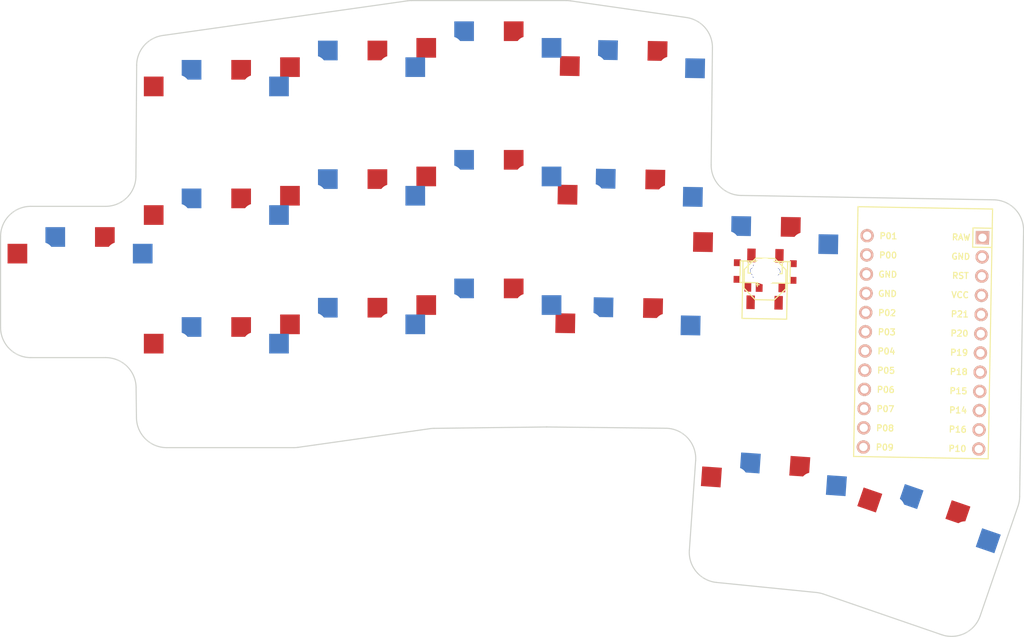
<source format=kicad_pcb>

            
(kicad_pcb (version 20171130) (host pcbnew 5.1.6)

  (page A3)
  (title_block
    (title custom_split)
    (rev v1.0.0)
    (company Unknown)
  )

  (general
    (thickness 1.6)
  )

  (layers
    (0 F.Cu signal)
    (31 B.Cu signal)
    (32 B.Adhes user)
    (33 F.Adhes user)
    (34 B.Paste user)
    (35 F.Paste user)
    (36 B.SilkS user)
    (37 F.SilkS user)
    (38 B.Mask user)
    (39 F.Mask user)
    (40 Dwgs.User user)
    (41 Cmts.User user)
    (42 Eco1.User user)
    (43 Eco2.User user)
    (44 Edge.Cuts user)
    (45 Margin user)
    (46 B.CrtYd user)
    (47 F.CrtYd user)
    (48 B.Fab user)
    (49 F.Fab user)
  )

  (setup
    (last_trace_width 0.25)
    (trace_clearance 0.2)
    (zone_clearance 0.508)
    (zone_45_only no)
    (trace_min 0.2)
    (via_size 0.8)
    (via_drill 0.4)
    (via_min_size 0.4)
    (via_min_drill 0.3)
    (uvia_size 0.3)
    (uvia_drill 0.1)
    (uvias_allowed no)
    (uvia_min_size 0.2)
    (uvia_min_drill 0.1)
    (edge_width 0.05)
    (segment_width 0.2)
    (pcb_text_width 0.3)
    (pcb_text_size 1.5 1.5)
    (mod_edge_width 0.12)
    (mod_text_size 1 1)
    (mod_text_width 0.15)
    (pad_size 1.524 1.524)
    (pad_drill 0.762)
    (pad_to_mask_clearance 0.05)
    (aux_axis_origin 0 0)
    (visible_elements FFFFFF7F)
    (pcbplotparams
      (layerselection 0x010fc_ffffffff)
      (usegerberextensions false)
      (usegerberattributes true)
      (usegerberadvancedattributes true)
      (creategerberjobfile true)
      (excludeedgelayer true)
      (linewidth 0.100000)
      (plotframeref false)
      (viasonmask false)
      (mode 1)
      (useauxorigin false)
      (hpglpennumber 1)
      (hpglpenspeed 20)
      (hpglpendiameter 15.000000)
      (psnegative false)
      (psa4output false)
      (plotreference true)
      (plotvalue true)
      (plotinvisibletext false)
      (padsonsilk false)
      (subtractmaskfromsilk false)
      (outputformat 1)
      (mirror false)
      (drillshape 1)
      (scaleselection 1)
      (outputdirectory ""))
  )

            (net 0 "")
(net 1 "P5")
(net 2 "GND")
(net 3 "P9")
(net 4 "P4")
(net 5 "P2")
(net 6 "P8")
(net 7 "P3")
(net 8 "P0")
(net 9 "P16")
(net 10 "P10")
(net 11 "P1")
(net 12 "P18")
(net 13 "P15")
(net 14 "P14")
(net 15 "P19")
(net 16 "P20")
(net 17 "P21")
(net 18 "RAW")
(net 19 "RST")
(net 20 "VCC")
(net 21 "P6")
(net 22 "P7")
            
  (net_class Default "This is the default net class."
    (clearance 0.2)
    (trace_width 0.25)
    (via_dia 0.8)
    (via_drill 0.4)
    (uvia_dia 0.3)
    (uvia_drill 0.1)
    (add_net "")
(add_net "P5")
(add_net "GND")
(add_net "P9")
(add_net "P4")
(add_net "P2")
(add_net "P8")
(add_net "P3")
(add_net "P0")
(add_net "P16")
(add_net "P10")
(add_net "P1")
(add_net "P18")
(add_net "P15")
(add_net "P14")
(add_net "P19")
(add_net "P20")
(add_net "P21")
(add_net "RAW")
(add_net "RST")
(add_net "VCC")
(add_net "P6")
(add_net "P7")
  )

            
        
      (module PG1350 (layer F.Cu) (tedit 5DD50112)
      (at 160 153 0)

      
      (fp_text reference "S1" (at 0 0) (layer F.SilkS) hide (effects (font (size 1.27 1.27) (thickness 0.15))))
      (fp_text value "" (at 0 0) (layer F.SilkS) hide (effects (font (size 1.27 1.27) (thickness 0.15))))

      
      (fp_line (start -7 -6) (end -7 -7) (layer Dwgs.User) (width 0.15))
      (fp_line (start -7 7) (end -6 7) (layer Dwgs.User) (width 0.15))
      (fp_line (start -6 -7) (end -7 -7) (layer Dwgs.User) (width 0.15))
      (fp_line (start -7 7) (end -7 6) (layer Dwgs.User) (width 0.15))
      (fp_line (start 7 6) (end 7 7) (layer Dwgs.User) (width 0.15))
      (fp_line (start 7 -7) (end 6 -7) (layer Dwgs.User) (width 0.15))
      (fp_line (start 6 7) (end 7 7) (layer Dwgs.User) (width 0.15))
      (fp_line (start 7 -7) (end 7 -6) (layer Dwgs.User) (width 0.15))      
      
      
      (pad "" np_thru_hole circle (at 0 0) (size 3.429 3.429) (drill 3.429) (layers *.Cu *.Mask))
        
      
      (pad "" np_thru_hole circle (at 5.5 0) (size 1.7018 1.7018) (drill 1.7018) (layers *.Cu *.Mask))
      (pad "" np_thru_hole circle (at -5.5 0) (size 1.7018 1.7018) (drill 1.7018) (layers *.Cu *.Mask))
      
        
      
      (fp_line (start -9 -8.5) (end 9 -8.5) (layer Dwgs.User) (width 0.15))
      (fp_line (start 9 -8.5) (end 9 8.5) (layer Dwgs.User) (width 0.15))
      (fp_line (start 9 8.5) (end -9 8.5) (layer Dwgs.User) (width 0.15))
      (fp_line (start -9 8.5) (end -9 -8.5) (layer Dwgs.User) (width 0.15))
      
        
          
          (pad "" np_thru_hole circle (at 5 -3.75) (size 3 3) (drill 3) (layers *.Cu *.Mask))
          (pad "" np_thru_hole circle (at 0 -5.95) (size 3 3) (drill 3) (layers *.Cu *.Mask))
      
          
          (pad 1 smd rect (at -3.275 -5.95 0) (size 2.6 2.6) (layers B.Cu B.Paste B.Mask)  (net 1 "P5"))
          (pad 2 smd rect (at 8.275 -3.75 0) (size 2.6 2.6) (layers B.Cu B.Paste B.Mask)  (net 2 "GND"))
        
        
          
          (pad "" np_thru_hole circle (at -5 -3.75) (size 3 3) (drill 3) (layers *.Cu *.Mask))
          (pad "" np_thru_hole circle (at 0 -5.95) (size 3 3) (drill 3) (layers *.Cu *.Mask))
      
          
          (pad 1 smd rect (at 3.275 -5.95 0) (size 2.6 2.6) (layers F.Cu F.Paste F.Mask)  (net 1 "P5"))
          (pad 2 smd rect (at -8.275 -3.75 0) (size 2.6 2.6) (layers F.Cu F.Paste F.Mask)  (net 2 "GND"))
        )
        

        
      (module PG1350 (layer F.Cu) (tedit 5DD50112)
      (at 178 164.9 0)

      
      (fp_text reference "S2" (at 0 0) (layer F.SilkS) hide (effects (font (size 1.27 1.27) (thickness 0.15))))
      (fp_text value "" (at 0 0) (layer F.SilkS) hide (effects (font (size 1.27 1.27) (thickness 0.15))))

      
      (fp_line (start -7 -6) (end -7 -7) (layer Dwgs.User) (width 0.15))
      (fp_line (start -7 7) (end -6 7) (layer Dwgs.User) (width 0.15))
      (fp_line (start -6 -7) (end -7 -7) (layer Dwgs.User) (width 0.15))
      (fp_line (start -7 7) (end -7 6) (layer Dwgs.User) (width 0.15))
      (fp_line (start 7 6) (end 7 7) (layer Dwgs.User) (width 0.15))
      (fp_line (start 7 -7) (end 6 -7) (layer Dwgs.User) (width 0.15))
      (fp_line (start 6 7) (end 7 7) (layer Dwgs.User) (width 0.15))
      (fp_line (start 7 -7) (end 7 -6) (layer Dwgs.User) (width 0.15))      
      
      
      (pad "" np_thru_hole circle (at 0 0) (size 3.429 3.429) (drill 3.429) (layers *.Cu *.Mask))
        
      
      (pad "" np_thru_hole circle (at 5.5 0) (size 1.7018 1.7018) (drill 1.7018) (layers *.Cu *.Mask))
      (pad "" np_thru_hole circle (at -5.5 0) (size 1.7018 1.7018) (drill 1.7018) (layers *.Cu *.Mask))
      
        
      
      (fp_line (start -9 -8.5) (end 9 -8.5) (layer Dwgs.User) (width 0.15))
      (fp_line (start 9 -8.5) (end 9 8.5) (layer Dwgs.User) (width 0.15))
      (fp_line (start 9 8.5) (end -9 8.5) (layer Dwgs.User) (width 0.15))
      (fp_line (start -9 8.5) (end -9 -8.5) (layer Dwgs.User) (width 0.15))
      
        
          
          (pad "" np_thru_hole circle (at 5 -3.75) (size 3 3) (drill 3) (layers *.Cu *.Mask))
          (pad "" np_thru_hole circle (at 0 -5.95) (size 3 3) (drill 3) (layers *.Cu *.Mask))
      
          
          (pad 1 smd rect (at -3.275 -5.95 0) (size 2.6 2.6) (layers B.Cu B.Paste B.Mask)  (net 3 "P9"))
          (pad 2 smd rect (at 8.275 -3.75 0) (size 2.6 2.6) (layers B.Cu B.Paste B.Mask)  (net 2 "GND"))
        
        
          
          (pad "" np_thru_hole circle (at -5 -3.75) (size 3 3) (drill 3) (layers *.Cu *.Mask))
          (pad "" np_thru_hole circle (at 0 -5.95) (size 3 3) (drill 3) (layers *.Cu *.Mask))
      
          
          (pad 1 smd rect (at 3.275 -5.95 0) (size 2.6 2.6) (layers F.Cu F.Paste F.Mask)  (net 3 "P9"))
          (pad 2 smd rect (at -8.275 -3.75 0) (size 2.6 2.6) (layers F.Cu F.Paste F.Mask)  (net 2 "GND"))
        )
        

        
      (module PG1350 (layer F.Cu) (tedit 5DD50112)
      (at 178 147.9 0)

      
      (fp_text reference "S3" (at 0 0) (layer F.SilkS) hide (effects (font (size 1.27 1.27) (thickness 0.15))))
      (fp_text value "" (at 0 0) (layer F.SilkS) hide (effects (font (size 1.27 1.27) (thickness 0.15))))

      
      (fp_line (start -7 -6) (end -7 -7) (layer Dwgs.User) (width 0.15))
      (fp_line (start -7 7) (end -6 7) (layer Dwgs.User) (width 0.15))
      (fp_line (start -6 -7) (end -7 -7) (layer Dwgs.User) (width 0.15))
      (fp_line (start -7 7) (end -7 6) (layer Dwgs.User) (width 0.15))
      (fp_line (start 7 6) (end 7 7) (layer Dwgs.User) (width 0.15))
      (fp_line (start 7 -7) (end 6 -7) (layer Dwgs.User) (width 0.15))
      (fp_line (start 6 7) (end 7 7) (layer Dwgs.User) (width 0.15))
      (fp_line (start 7 -7) (end 7 -6) (layer Dwgs.User) (width 0.15))      
      
      
      (pad "" np_thru_hole circle (at 0 0) (size 3.429 3.429) (drill 3.429) (layers *.Cu *.Mask))
        
      
      (pad "" np_thru_hole circle (at 5.5 0) (size 1.7018 1.7018) (drill 1.7018) (layers *.Cu *.Mask))
      (pad "" np_thru_hole circle (at -5.5 0) (size 1.7018 1.7018) (drill 1.7018) (layers *.Cu *.Mask))
      
        
      
      (fp_line (start -9 -8.5) (end 9 -8.5) (layer Dwgs.User) (width 0.15))
      (fp_line (start 9 -8.5) (end 9 8.5) (layer Dwgs.User) (width 0.15))
      (fp_line (start 9 8.5) (end -9 8.5) (layer Dwgs.User) (width 0.15))
      (fp_line (start -9 8.5) (end -9 -8.5) (layer Dwgs.User) (width 0.15))
      
        
          
          (pad "" np_thru_hole circle (at 5 -3.75) (size 3 3) (drill 3) (layers *.Cu *.Mask))
          (pad "" np_thru_hole circle (at 0 -5.95) (size 3 3) (drill 3) (layers *.Cu *.Mask))
      
          
          (pad 1 smd rect (at -3.275 -5.95 0) (size 2.6 2.6) (layers B.Cu B.Paste B.Mask)  (net 4 "P4"))
          (pad 2 smd rect (at 8.275 -3.75 0) (size 2.6 2.6) (layers B.Cu B.Paste B.Mask)  (net 2 "GND"))
        
        
          
          (pad "" np_thru_hole circle (at -5 -3.75) (size 3 3) (drill 3) (layers *.Cu *.Mask))
          (pad "" np_thru_hole circle (at 0 -5.95) (size 3 3) (drill 3) (layers *.Cu *.Mask))
      
          
          (pad 1 smd rect (at 3.275 -5.95 0) (size 2.6 2.6) (layers F.Cu F.Paste F.Mask)  (net 4 "P4"))
          (pad 2 smd rect (at -8.275 -3.75 0) (size 2.6 2.6) (layers F.Cu F.Paste F.Mask)  (net 2 "GND"))
        )
        

        
      (module PG1350 (layer F.Cu) (tedit 5DD50112)
      (at 178 130.9 0)

      
      (fp_text reference "S4" (at 0 0) (layer F.SilkS) hide (effects (font (size 1.27 1.27) (thickness 0.15))))
      (fp_text value "" (at 0 0) (layer F.SilkS) hide (effects (font (size 1.27 1.27) (thickness 0.15))))

      
      (fp_line (start -7 -6) (end -7 -7) (layer Dwgs.User) (width 0.15))
      (fp_line (start -7 7) (end -6 7) (layer Dwgs.User) (width 0.15))
      (fp_line (start -6 -7) (end -7 -7) (layer Dwgs.User) (width 0.15))
      (fp_line (start -7 7) (end -7 6) (layer Dwgs.User) (width 0.15))
      (fp_line (start 7 6) (end 7 7) (layer Dwgs.User) (width 0.15))
      (fp_line (start 7 -7) (end 6 -7) (layer Dwgs.User) (width 0.15))
      (fp_line (start 6 7) (end 7 7) (layer Dwgs.User) (width 0.15))
      (fp_line (start 7 -7) (end 7 -6) (layer Dwgs.User) (width 0.15))      
      
      
      (pad "" np_thru_hole circle (at 0 0) (size 3.429 3.429) (drill 3.429) (layers *.Cu *.Mask))
        
      
      (pad "" np_thru_hole circle (at 5.5 0) (size 1.7018 1.7018) (drill 1.7018) (layers *.Cu *.Mask))
      (pad "" np_thru_hole circle (at -5.5 0) (size 1.7018 1.7018) (drill 1.7018) (layers *.Cu *.Mask))
      
        
      
      (fp_line (start -9 -8.5) (end 9 -8.5) (layer Dwgs.User) (width 0.15))
      (fp_line (start 9 -8.5) (end 9 8.5) (layer Dwgs.User) (width 0.15))
      (fp_line (start 9 8.5) (end -9 8.5) (layer Dwgs.User) (width 0.15))
      (fp_line (start -9 8.5) (end -9 -8.5) (layer Dwgs.User) (width 0.15))
      
        
          
          (pad "" np_thru_hole circle (at 5 -3.75) (size 3 3) (drill 3) (layers *.Cu *.Mask))
          (pad "" np_thru_hole circle (at 0 -5.95) (size 3 3) (drill 3) (layers *.Cu *.Mask))
      
          
          (pad 1 smd rect (at -3.275 -5.95 0) (size 2.6 2.6) (layers B.Cu B.Paste B.Mask)  (net 5 "P2"))
          (pad 2 smd rect (at 8.275 -3.75 0) (size 2.6 2.6) (layers B.Cu B.Paste B.Mask)  (net 2 "GND"))
        
        
          
          (pad "" np_thru_hole circle (at -5 -3.75) (size 3 3) (drill 3) (layers *.Cu *.Mask))
          (pad "" np_thru_hole circle (at 0 -5.95) (size 3 3) (drill 3) (layers *.Cu *.Mask))
      
          
          (pad 1 smd rect (at 3.275 -5.95 0) (size 2.6 2.6) (layers F.Cu F.Paste F.Mask)  (net 5 "P2"))
          (pad 2 smd rect (at -8.275 -3.75 0) (size 2.6 2.6) (layers F.Cu F.Paste F.Mask)  (net 2 "GND"))
        )
        

        
      (module PG1350 (layer F.Cu) (tedit 5DD50112)
      (at 196 162.35 0)

      
      (fp_text reference "S5" (at 0 0) (layer F.SilkS) hide (effects (font (size 1.27 1.27) (thickness 0.15))))
      (fp_text value "" (at 0 0) (layer F.SilkS) hide (effects (font (size 1.27 1.27) (thickness 0.15))))

      
      (fp_line (start -7 -6) (end -7 -7) (layer Dwgs.User) (width 0.15))
      (fp_line (start -7 7) (end -6 7) (layer Dwgs.User) (width 0.15))
      (fp_line (start -6 -7) (end -7 -7) (layer Dwgs.User) (width 0.15))
      (fp_line (start -7 7) (end -7 6) (layer Dwgs.User) (width 0.15))
      (fp_line (start 7 6) (end 7 7) (layer Dwgs.User) (width 0.15))
      (fp_line (start 7 -7) (end 6 -7) (layer Dwgs.User) (width 0.15))
      (fp_line (start 6 7) (end 7 7) (layer Dwgs.User) (width 0.15))
      (fp_line (start 7 -7) (end 7 -6) (layer Dwgs.User) (width 0.15))      
      
      
      (pad "" np_thru_hole circle (at 0 0) (size 3.429 3.429) (drill 3.429) (layers *.Cu *.Mask))
        
      
      (pad "" np_thru_hole circle (at 5.5 0) (size 1.7018 1.7018) (drill 1.7018) (layers *.Cu *.Mask))
      (pad "" np_thru_hole circle (at -5.5 0) (size 1.7018 1.7018) (drill 1.7018) (layers *.Cu *.Mask))
      
        
      
      (fp_line (start -9 -8.5) (end 9 -8.5) (layer Dwgs.User) (width 0.15))
      (fp_line (start 9 -8.5) (end 9 8.5) (layer Dwgs.User) (width 0.15))
      (fp_line (start 9 8.5) (end -9 8.5) (layer Dwgs.User) (width 0.15))
      (fp_line (start -9 8.5) (end -9 -8.5) (layer Dwgs.User) (width 0.15))
      
        
          
          (pad "" np_thru_hole circle (at 5 -3.75) (size 3 3) (drill 3) (layers *.Cu *.Mask))
          (pad "" np_thru_hole circle (at 0 -5.95) (size 3 3) (drill 3) (layers *.Cu *.Mask))
      
          
          (pad 1 smd rect (at -3.275 -5.95 0) (size 2.6 2.6) (layers B.Cu B.Paste B.Mask)  (net 6 "P8"))
          (pad 2 smd rect (at 8.275 -3.75 0) (size 2.6 2.6) (layers B.Cu B.Paste B.Mask)  (net 2 "GND"))
        
        
          
          (pad "" np_thru_hole circle (at -5 -3.75) (size 3 3) (drill 3) (layers *.Cu *.Mask))
          (pad "" np_thru_hole circle (at 0 -5.95) (size 3 3) (drill 3) (layers *.Cu *.Mask))
      
          
          (pad 1 smd rect (at 3.275 -5.95 0) (size 2.6 2.6) (layers F.Cu F.Paste F.Mask)  (net 6 "P8"))
          (pad 2 smd rect (at -8.275 -3.75 0) (size 2.6 2.6) (layers F.Cu F.Paste F.Mask)  (net 2 "GND"))
        )
        

        
      (module PG1350 (layer F.Cu) (tedit 5DD50112)
      (at 196 145.35 0)

      
      (fp_text reference "S6" (at 0 0) (layer F.SilkS) hide (effects (font (size 1.27 1.27) (thickness 0.15))))
      (fp_text value "" (at 0 0) (layer F.SilkS) hide (effects (font (size 1.27 1.27) (thickness 0.15))))

      
      (fp_line (start -7 -6) (end -7 -7) (layer Dwgs.User) (width 0.15))
      (fp_line (start -7 7) (end -6 7) (layer Dwgs.User) (width 0.15))
      (fp_line (start -6 -7) (end -7 -7) (layer Dwgs.User) (width 0.15))
      (fp_line (start -7 7) (end -7 6) (layer Dwgs.User) (width 0.15))
      (fp_line (start 7 6) (end 7 7) (layer Dwgs.User) (width 0.15))
      (fp_line (start 7 -7) (end 6 -7) (layer Dwgs.User) (width 0.15))
      (fp_line (start 6 7) (end 7 7) (layer Dwgs.User) (width 0.15))
      (fp_line (start 7 -7) (end 7 -6) (layer Dwgs.User) (width 0.15))      
      
      
      (pad "" np_thru_hole circle (at 0 0) (size 3.429 3.429) (drill 3.429) (layers *.Cu *.Mask))
        
      
      (pad "" np_thru_hole circle (at 5.5 0) (size 1.7018 1.7018) (drill 1.7018) (layers *.Cu *.Mask))
      (pad "" np_thru_hole circle (at -5.5 0) (size 1.7018 1.7018) (drill 1.7018) (layers *.Cu *.Mask))
      
        
      
      (fp_line (start -9 -8.5) (end 9 -8.5) (layer Dwgs.User) (width 0.15))
      (fp_line (start 9 -8.5) (end 9 8.5) (layer Dwgs.User) (width 0.15))
      (fp_line (start 9 8.5) (end -9 8.5) (layer Dwgs.User) (width 0.15))
      (fp_line (start -9 8.5) (end -9 -8.5) (layer Dwgs.User) (width 0.15))
      
        
          
          (pad "" np_thru_hole circle (at 5 -3.75) (size 3 3) (drill 3) (layers *.Cu *.Mask))
          (pad "" np_thru_hole circle (at 0 -5.95) (size 3 3) (drill 3) (layers *.Cu *.Mask))
      
          
          (pad 1 smd rect (at -3.275 -5.95 0) (size 2.6 2.6) (layers B.Cu B.Paste B.Mask)  (net 7 "P3"))
          (pad 2 smd rect (at 8.275 -3.75 0) (size 2.6 2.6) (layers B.Cu B.Paste B.Mask)  (net 2 "GND"))
        
        
          
          (pad "" np_thru_hole circle (at -5 -3.75) (size 3 3) (drill 3) (layers *.Cu *.Mask))
          (pad "" np_thru_hole circle (at 0 -5.95) (size 3 3) (drill 3) (layers *.Cu *.Mask))
      
          
          (pad 1 smd rect (at 3.275 -5.95 0) (size 2.6 2.6) (layers F.Cu F.Paste F.Mask)  (net 7 "P3"))
          (pad 2 smd rect (at -8.275 -3.75 0) (size 2.6 2.6) (layers F.Cu F.Paste F.Mask)  (net 2 "GND"))
        )
        

        
      (module PG1350 (layer F.Cu) (tedit 5DD50112)
      (at 196 128.35 0)

      
      (fp_text reference "S7" (at 0 0) (layer F.SilkS) hide (effects (font (size 1.27 1.27) (thickness 0.15))))
      (fp_text value "" (at 0 0) (layer F.SilkS) hide (effects (font (size 1.27 1.27) (thickness 0.15))))

      
      (fp_line (start -7 -6) (end -7 -7) (layer Dwgs.User) (width 0.15))
      (fp_line (start -7 7) (end -6 7) (layer Dwgs.User) (width 0.15))
      (fp_line (start -6 -7) (end -7 -7) (layer Dwgs.User) (width 0.15))
      (fp_line (start -7 7) (end -7 6) (layer Dwgs.User) (width 0.15))
      (fp_line (start 7 6) (end 7 7) (layer Dwgs.User) (width 0.15))
      (fp_line (start 7 -7) (end 6 -7) (layer Dwgs.User) (width 0.15))
      (fp_line (start 6 7) (end 7 7) (layer Dwgs.User) (width 0.15))
      (fp_line (start 7 -7) (end 7 -6) (layer Dwgs.User) (width 0.15))      
      
      
      (pad "" np_thru_hole circle (at 0 0) (size 3.429 3.429) (drill 3.429) (layers *.Cu *.Mask))
        
      
      (pad "" np_thru_hole circle (at 5.5 0) (size 1.7018 1.7018) (drill 1.7018) (layers *.Cu *.Mask))
      (pad "" np_thru_hole circle (at -5.5 0) (size 1.7018 1.7018) (drill 1.7018) (layers *.Cu *.Mask))
      
        
      
      (fp_line (start -9 -8.5) (end 9 -8.5) (layer Dwgs.User) (width 0.15))
      (fp_line (start 9 -8.5) (end 9 8.5) (layer Dwgs.User) (width 0.15))
      (fp_line (start 9 8.5) (end -9 8.5) (layer Dwgs.User) (width 0.15))
      (fp_line (start -9 8.5) (end -9 -8.5) (layer Dwgs.User) (width 0.15))
      
        
          
          (pad "" np_thru_hole circle (at 5 -3.75) (size 3 3) (drill 3) (layers *.Cu *.Mask))
          (pad "" np_thru_hole circle (at 0 -5.95) (size 3 3) (drill 3) (layers *.Cu *.Mask))
      
          
          (pad 1 smd rect (at -3.275 -5.95 0) (size 2.6 2.6) (layers B.Cu B.Paste B.Mask)  (net 8 "P0"))
          (pad 2 smd rect (at 8.275 -3.75 0) (size 2.6 2.6) (layers B.Cu B.Paste B.Mask)  (net 2 "GND"))
        
        
          
          (pad "" np_thru_hole circle (at -5 -3.75) (size 3 3) (drill 3) (layers *.Cu *.Mask))
          (pad "" np_thru_hole circle (at 0 -5.95) (size 3 3) (drill 3) (layers *.Cu *.Mask))
      
          
          (pad 1 smd rect (at 3.275 -5.95 0) (size 2.6 2.6) (layers F.Cu F.Paste F.Mask)  (net 8 "P0"))
          (pad 2 smd rect (at -8.275 -3.75 0) (size 2.6 2.6) (layers F.Cu F.Paste F.Mask)  (net 2 "GND"))
        )
        

        
      (module PG1350 (layer F.Cu) (tedit 5DD50112)
      (at 214 159.8 0)

      
      (fp_text reference "S8" (at 0 0) (layer F.SilkS) hide (effects (font (size 1.27 1.27) (thickness 0.15))))
      (fp_text value "" (at 0 0) (layer F.SilkS) hide (effects (font (size 1.27 1.27) (thickness 0.15))))

      
      (fp_line (start -7 -6) (end -7 -7) (layer Dwgs.User) (width 0.15))
      (fp_line (start -7 7) (end -6 7) (layer Dwgs.User) (width 0.15))
      (fp_line (start -6 -7) (end -7 -7) (layer Dwgs.User) (width 0.15))
      (fp_line (start -7 7) (end -7 6) (layer Dwgs.User) (width 0.15))
      (fp_line (start 7 6) (end 7 7) (layer Dwgs.User) (width 0.15))
      (fp_line (start 7 -7) (end 6 -7) (layer Dwgs.User) (width 0.15))
      (fp_line (start 6 7) (end 7 7) (layer Dwgs.User) (width 0.15))
      (fp_line (start 7 -7) (end 7 -6) (layer Dwgs.User) (width 0.15))      
      
      
      (pad "" np_thru_hole circle (at 0 0) (size 3.429 3.429) (drill 3.429) (layers *.Cu *.Mask))
        
      
      (pad "" np_thru_hole circle (at 5.5 0) (size 1.7018 1.7018) (drill 1.7018) (layers *.Cu *.Mask))
      (pad "" np_thru_hole circle (at -5.5 0) (size 1.7018 1.7018) (drill 1.7018) (layers *.Cu *.Mask))
      
        
      
      (fp_line (start -9 -8.5) (end 9 -8.5) (layer Dwgs.User) (width 0.15))
      (fp_line (start 9 -8.5) (end 9 8.5) (layer Dwgs.User) (width 0.15))
      (fp_line (start 9 8.5) (end -9 8.5) (layer Dwgs.User) (width 0.15))
      (fp_line (start -9 8.5) (end -9 -8.5) (layer Dwgs.User) (width 0.15))
      
        
          
          (pad "" np_thru_hole circle (at 5 -3.75) (size 3 3) (drill 3) (layers *.Cu *.Mask))
          (pad "" np_thru_hole circle (at 0 -5.95) (size 3 3) (drill 3) (layers *.Cu *.Mask))
      
          
          (pad 1 smd rect (at -3.275 -5.95 0) (size 2.6 2.6) (layers B.Cu B.Paste B.Mask)  (net 9 "P16"))
          (pad 2 smd rect (at 8.275 -3.75 0) (size 2.6 2.6) (layers B.Cu B.Paste B.Mask)  (net 2 "GND"))
        
        
          
          (pad "" np_thru_hole circle (at -5 -3.75) (size 3 3) (drill 3) (layers *.Cu *.Mask))
          (pad "" np_thru_hole circle (at 0 -5.95) (size 3 3) (drill 3) (layers *.Cu *.Mask))
      
          
          (pad 1 smd rect (at 3.275 -5.95 0) (size 2.6 2.6) (layers F.Cu F.Paste F.Mask)  (net 9 "P16"))
          (pad 2 smd rect (at -8.275 -3.75 0) (size 2.6 2.6) (layers F.Cu F.Paste F.Mask)  (net 2 "GND"))
        )
        

        
      (module PG1350 (layer F.Cu) (tedit 5DD50112)
      (at 214 142.8 0)

      
      (fp_text reference "S9" (at 0 0) (layer F.SilkS) hide (effects (font (size 1.27 1.27) (thickness 0.15))))
      (fp_text value "" (at 0 0) (layer F.SilkS) hide (effects (font (size 1.27 1.27) (thickness 0.15))))

      
      (fp_line (start -7 -6) (end -7 -7) (layer Dwgs.User) (width 0.15))
      (fp_line (start -7 7) (end -6 7) (layer Dwgs.User) (width 0.15))
      (fp_line (start -6 -7) (end -7 -7) (layer Dwgs.User) (width 0.15))
      (fp_line (start -7 7) (end -7 6) (layer Dwgs.User) (width 0.15))
      (fp_line (start 7 6) (end 7 7) (layer Dwgs.User) (width 0.15))
      (fp_line (start 7 -7) (end 6 -7) (layer Dwgs.User) (width 0.15))
      (fp_line (start 6 7) (end 7 7) (layer Dwgs.User) (width 0.15))
      (fp_line (start 7 -7) (end 7 -6) (layer Dwgs.User) (width 0.15))      
      
      
      (pad "" np_thru_hole circle (at 0 0) (size 3.429 3.429) (drill 3.429) (layers *.Cu *.Mask))
        
      
      (pad "" np_thru_hole circle (at 5.5 0) (size 1.7018 1.7018) (drill 1.7018) (layers *.Cu *.Mask))
      (pad "" np_thru_hole circle (at -5.5 0) (size 1.7018 1.7018) (drill 1.7018) (layers *.Cu *.Mask))
      
        
      
      (fp_line (start -9 -8.5) (end 9 -8.5) (layer Dwgs.User) (width 0.15))
      (fp_line (start 9 -8.5) (end 9 8.5) (layer Dwgs.User) (width 0.15))
      (fp_line (start 9 8.5) (end -9 8.5) (layer Dwgs.User) (width 0.15))
      (fp_line (start -9 8.5) (end -9 -8.5) (layer Dwgs.User) (width 0.15))
      
        
          
          (pad "" np_thru_hole circle (at 5 -3.75) (size 3 3) (drill 3) (layers *.Cu *.Mask))
          (pad "" np_thru_hole circle (at 0 -5.95) (size 3 3) (drill 3) (layers *.Cu *.Mask))
      
          
          (pad 1 smd rect (at -3.275 -5.95 0) (size 2.6 2.6) (layers B.Cu B.Paste B.Mask)  (net 10 "P10"))
          (pad 2 smd rect (at 8.275 -3.75 0) (size 2.6 2.6) (layers B.Cu B.Paste B.Mask)  (net 2 "GND"))
        
        
          
          (pad "" np_thru_hole circle (at -5 -3.75) (size 3 3) (drill 3) (layers *.Cu *.Mask))
          (pad "" np_thru_hole circle (at 0 -5.95) (size 3 3) (drill 3) (layers *.Cu *.Mask))
      
          
          (pad 1 smd rect (at 3.275 -5.95 0) (size 2.6 2.6) (layers F.Cu F.Paste F.Mask)  (net 10 "P10"))
          (pad 2 smd rect (at -8.275 -3.75 0) (size 2.6 2.6) (layers F.Cu F.Paste F.Mask)  (net 2 "GND"))
        )
        

        
      (module PG1350 (layer F.Cu) (tedit 5DD50112)
      (at 214 125.80000000000001 0)

      
      (fp_text reference "S10" (at 0 0) (layer F.SilkS) hide (effects (font (size 1.27 1.27) (thickness 0.15))))
      (fp_text value "" (at 0 0) (layer F.SilkS) hide (effects (font (size 1.27 1.27) (thickness 0.15))))

      
      (fp_line (start -7 -6) (end -7 -7) (layer Dwgs.User) (width 0.15))
      (fp_line (start -7 7) (end -6 7) (layer Dwgs.User) (width 0.15))
      (fp_line (start -6 -7) (end -7 -7) (layer Dwgs.User) (width 0.15))
      (fp_line (start -7 7) (end -7 6) (layer Dwgs.User) (width 0.15))
      (fp_line (start 7 6) (end 7 7) (layer Dwgs.User) (width 0.15))
      (fp_line (start 7 -7) (end 6 -7) (layer Dwgs.User) (width 0.15))
      (fp_line (start 6 7) (end 7 7) (layer Dwgs.User) (width 0.15))
      (fp_line (start 7 -7) (end 7 -6) (layer Dwgs.User) (width 0.15))      
      
      
      (pad "" np_thru_hole circle (at 0 0) (size 3.429 3.429) (drill 3.429) (layers *.Cu *.Mask))
        
      
      (pad "" np_thru_hole circle (at 5.5 0) (size 1.7018 1.7018) (drill 1.7018) (layers *.Cu *.Mask))
      (pad "" np_thru_hole circle (at -5.5 0) (size 1.7018 1.7018) (drill 1.7018) (layers *.Cu *.Mask))
      
        
      
      (fp_line (start -9 -8.5) (end 9 -8.5) (layer Dwgs.User) (width 0.15))
      (fp_line (start 9 -8.5) (end 9 8.5) (layer Dwgs.User) (width 0.15))
      (fp_line (start 9 8.5) (end -9 8.5) (layer Dwgs.User) (width 0.15))
      (fp_line (start -9 8.5) (end -9 -8.5) (layer Dwgs.User) (width 0.15))
      
        
          
          (pad "" np_thru_hole circle (at 5 -3.75) (size 3 3) (drill 3) (layers *.Cu *.Mask))
          (pad "" np_thru_hole circle (at 0 -5.95) (size 3 3) (drill 3) (layers *.Cu *.Mask))
      
          
          (pad 1 smd rect (at -3.275 -5.95 0) (size 2.6 2.6) (layers B.Cu B.Paste B.Mask)  (net 11 "P1"))
          (pad 2 smd rect (at 8.275 -3.75 0) (size 2.6 2.6) (layers B.Cu B.Paste B.Mask)  (net 2 "GND"))
        
        
          
          (pad "" np_thru_hole circle (at -5 -3.75) (size 3 3) (drill 3) (layers *.Cu *.Mask))
          (pad "" np_thru_hole circle (at 0 -5.95) (size 3 3) (drill 3) (layers *.Cu *.Mask))
      
          
          (pad 1 smd rect (at 3.275 -5.95 0) (size 2.6 2.6) (layers F.Cu F.Paste F.Mask)  (net 11 "P1"))
          (pad 2 smd rect (at -8.275 -3.75 0) (size 2.6 2.6) (layers F.Cu F.Paste F.Mask)  (net 2 "GND"))
        )
        

        
      (module PG1350 (layer F.Cu) (tedit 5DD50112)
      (at 232.3 162.35 -1)

      
      (fp_text reference "S11" (at 0 0) (layer F.SilkS) hide (effects (font (size 1.27 1.27) (thickness 0.15))))
      (fp_text value "" (at 0 0) (layer F.SilkS) hide (effects (font (size 1.27 1.27) (thickness 0.15))))

      
      (fp_line (start -7 -6) (end -7 -7) (layer Dwgs.User) (width 0.15))
      (fp_line (start -7 7) (end -6 7) (layer Dwgs.User) (width 0.15))
      (fp_line (start -6 -7) (end -7 -7) (layer Dwgs.User) (width 0.15))
      (fp_line (start -7 7) (end -7 6) (layer Dwgs.User) (width 0.15))
      (fp_line (start 7 6) (end 7 7) (layer Dwgs.User) (width 0.15))
      (fp_line (start 7 -7) (end 6 -7) (layer Dwgs.User) (width 0.15))
      (fp_line (start 6 7) (end 7 7) (layer Dwgs.User) (width 0.15))
      (fp_line (start 7 -7) (end 7 -6) (layer Dwgs.User) (width 0.15))      
      
      
      (pad "" np_thru_hole circle (at 0 0) (size 3.429 3.429) (drill 3.429) (layers *.Cu *.Mask))
        
      
      (pad "" np_thru_hole circle (at 5.5 0) (size 1.7018 1.7018) (drill 1.7018) (layers *.Cu *.Mask))
      (pad "" np_thru_hole circle (at -5.5 0) (size 1.7018 1.7018) (drill 1.7018) (layers *.Cu *.Mask))
      
        
      
      (fp_line (start -9 -8.5) (end 9 -8.5) (layer Dwgs.User) (width 0.15))
      (fp_line (start 9 -8.5) (end 9 8.5) (layer Dwgs.User) (width 0.15))
      (fp_line (start 9 8.5) (end -9 8.5) (layer Dwgs.User) (width 0.15))
      (fp_line (start -9 8.5) (end -9 -8.5) (layer Dwgs.User) (width 0.15))
      
        
          
          (pad "" np_thru_hole circle (at 5 -3.75) (size 3 3) (drill 3) (layers *.Cu *.Mask))
          (pad "" np_thru_hole circle (at 0 -5.95) (size 3 3) (drill 3) (layers *.Cu *.Mask))
      
          
          (pad 1 smd rect (at -3.275 -5.95 -1) (size 2.6 2.6) (layers B.Cu B.Paste B.Mask)  (net 12 "P18"))
          (pad 2 smd rect (at 8.275 -3.75 -1) (size 2.6 2.6) (layers B.Cu B.Paste B.Mask)  (net 2 "GND"))
        
        
          
          (pad "" np_thru_hole circle (at -5 -3.75) (size 3 3) (drill 3) (layers *.Cu *.Mask))
          (pad "" np_thru_hole circle (at 0 -5.95) (size 3 3) (drill 3) (layers *.Cu *.Mask))
      
          
          (pad 1 smd rect (at 3.275 -5.95 -1) (size 2.6 2.6) (layers F.Cu F.Paste F.Mask)  (net 12 "P18"))
          (pad 2 smd rect (at -8.275 -3.75 -1) (size 2.6 2.6) (layers F.Cu F.Paste F.Mask)  (net 2 "GND"))
        )
        

        
      (module PG1350 (layer F.Cu) (tedit 5DD50112)
      (at 232.5966909 145.35258919999998 -1)

      
      (fp_text reference "S12" (at 0 0) (layer F.SilkS) hide (effects (font (size 1.27 1.27) (thickness 0.15))))
      (fp_text value "" (at 0 0) (layer F.SilkS) hide (effects (font (size 1.27 1.27) (thickness 0.15))))

      
      (fp_line (start -7 -6) (end -7 -7) (layer Dwgs.User) (width 0.15))
      (fp_line (start -7 7) (end -6 7) (layer Dwgs.User) (width 0.15))
      (fp_line (start -6 -7) (end -7 -7) (layer Dwgs.User) (width 0.15))
      (fp_line (start -7 7) (end -7 6) (layer Dwgs.User) (width 0.15))
      (fp_line (start 7 6) (end 7 7) (layer Dwgs.User) (width 0.15))
      (fp_line (start 7 -7) (end 6 -7) (layer Dwgs.User) (width 0.15))
      (fp_line (start 6 7) (end 7 7) (layer Dwgs.User) (width 0.15))
      (fp_line (start 7 -7) (end 7 -6) (layer Dwgs.User) (width 0.15))      
      
      
      (pad "" np_thru_hole circle (at 0 0) (size 3.429 3.429) (drill 3.429) (layers *.Cu *.Mask))
        
      
      (pad "" np_thru_hole circle (at 5.5 0) (size 1.7018 1.7018) (drill 1.7018) (layers *.Cu *.Mask))
      (pad "" np_thru_hole circle (at -5.5 0) (size 1.7018 1.7018) (drill 1.7018) (layers *.Cu *.Mask))
      
        
      
      (fp_line (start -9 -8.5) (end 9 -8.5) (layer Dwgs.User) (width 0.15))
      (fp_line (start 9 -8.5) (end 9 8.5) (layer Dwgs.User) (width 0.15))
      (fp_line (start 9 8.5) (end -9 8.5) (layer Dwgs.User) (width 0.15))
      (fp_line (start -9 8.5) (end -9 -8.5) (layer Dwgs.User) (width 0.15))
      
        
          
          (pad "" np_thru_hole circle (at 5 -3.75) (size 3 3) (drill 3) (layers *.Cu *.Mask))
          (pad "" np_thru_hole circle (at 0 -5.95) (size 3 3) (drill 3) (layers *.Cu *.Mask))
      
          
          (pad 1 smd rect (at -3.275 -5.95 -1) (size 2.6 2.6) (layers B.Cu B.Paste B.Mask)  (net 13 "P15"))
          (pad 2 smd rect (at 8.275 -3.75 -1) (size 2.6 2.6) (layers B.Cu B.Paste B.Mask)  (net 2 "GND"))
        
        
          
          (pad "" np_thru_hole circle (at -5 -3.75) (size 3 3) (drill 3) (layers *.Cu *.Mask))
          (pad "" np_thru_hole circle (at 0 -5.95) (size 3 3) (drill 3) (layers *.Cu *.Mask))
      
          
          (pad 1 smd rect (at 3.275 -5.95 -1) (size 2.6 2.6) (layers F.Cu F.Paste F.Mask)  (net 13 "P15"))
          (pad 2 smd rect (at -8.275 -3.75 -1) (size 2.6 2.6) (layers F.Cu F.Paste F.Mask)  (net 2 "GND"))
        )
        

        
      (module PG1350 (layer F.Cu) (tedit 5DD50112)
      (at 232.8933818 128.35517839999997 -1)

      
      (fp_text reference "S13" (at 0 0) (layer F.SilkS) hide (effects (font (size 1.27 1.27) (thickness 0.15))))
      (fp_text value "" (at 0 0) (layer F.SilkS) hide (effects (font (size 1.27 1.27) (thickness 0.15))))

      
      (fp_line (start -7 -6) (end -7 -7) (layer Dwgs.User) (width 0.15))
      (fp_line (start -7 7) (end -6 7) (layer Dwgs.User) (width 0.15))
      (fp_line (start -6 -7) (end -7 -7) (layer Dwgs.User) (width 0.15))
      (fp_line (start -7 7) (end -7 6) (layer Dwgs.User) (width 0.15))
      (fp_line (start 7 6) (end 7 7) (layer Dwgs.User) (width 0.15))
      (fp_line (start 7 -7) (end 6 -7) (layer Dwgs.User) (width 0.15))
      (fp_line (start 6 7) (end 7 7) (layer Dwgs.User) (width 0.15))
      (fp_line (start 7 -7) (end 7 -6) (layer Dwgs.User) (width 0.15))      
      
      
      (pad "" np_thru_hole circle (at 0 0) (size 3.429 3.429) (drill 3.429) (layers *.Cu *.Mask))
        
      
      (pad "" np_thru_hole circle (at 5.5 0) (size 1.7018 1.7018) (drill 1.7018) (layers *.Cu *.Mask))
      (pad "" np_thru_hole circle (at -5.5 0) (size 1.7018 1.7018) (drill 1.7018) (layers *.Cu *.Mask))
      
        
      
      (fp_line (start -9 -8.5) (end 9 -8.5) (layer Dwgs.User) (width 0.15))
      (fp_line (start 9 -8.5) (end 9 8.5) (layer Dwgs.User) (width 0.15))
      (fp_line (start 9 8.5) (end -9 8.5) (layer Dwgs.User) (width 0.15))
      (fp_line (start -9 8.5) (end -9 -8.5) (layer Dwgs.User) (width 0.15))
      
        
          
          (pad "" np_thru_hole circle (at 5 -3.75) (size 3 3) (drill 3) (layers *.Cu *.Mask))
          (pad "" np_thru_hole circle (at 0 -5.95) (size 3 3) (drill 3) (layers *.Cu *.Mask))
      
          
          (pad 1 smd rect (at -3.275 -5.95 -1) (size 2.6 2.6) (layers B.Cu B.Paste B.Mask)  (net 14 "P14"))
          (pad 2 smd rect (at 8.275 -3.75 -1) (size 2.6 2.6) (layers B.Cu B.Paste B.Mask)  (net 2 "GND"))
        
        
          
          (pad "" np_thru_hole circle (at -5 -3.75) (size 3 3) (drill 3) (layers *.Cu *.Mask))
          (pad "" np_thru_hole circle (at 0 -5.95) (size 3 3) (drill 3) (layers *.Cu *.Mask))
      
          
          (pad 1 smd rect (at 3.275 -5.95 -1) (size 2.6 2.6) (layers F.Cu F.Paste F.Mask)  (net 14 "P14"))
          (pad 2 smd rect (at -8.275 -3.75 -1) (size 2.6 2.6) (layers F.Cu F.Paste F.Mask)  (net 2 "GND"))
        )
        

        
      (module PG1350 (layer F.Cu) (tedit 5DD50112)
      (at 250.4901076 151.61582629999998 -1)

      
      (fp_text reference "S14" (at 0 0) (layer F.SilkS) hide (effects (font (size 1.27 1.27) (thickness 0.15))))
      (fp_text value "" (at 0 0) (layer F.SilkS) hide (effects (font (size 1.27 1.27) (thickness 0.15))))

      
      (fp_line (start -7 -6) (end -7 -7) (layer Dwgs.User) (width 0.15))
      (fp_line (start -7 7) (end -6 7) (layer Dwgs.User) (width 0.15))
      (fp_line (start -6 -7) (end -7 -7) (layer Dwgs.User) (width 0.15))
      (fp_line (start -7 7) (end -7 6) (layer Dwgs.User) (width 0.15))
      (fp_line (start 7 6) (end 7 7) (layer Dwgs.User) (width 0.15))
      (fp_line (start 7 -7) (end 6 -7) (layer Dwgs.User) (width 0.15))
      (fp_line (start 6 7) (end 7 7) (layer Dwgs.User) (width 0.15))
      (fp_line (start 7 -7) (end 7 -6) (layer Dwgs.User) (width 0.15))      
      
      
      (pad "" np_thru_hole circle (at 0 0) (size 3.429 3.429) (drill 3.429) (layers *.Cu *.Mask))
        
      
      (pad "" np_thru_hole circle (at 5.5 0) (size 1.7018 1.7018) (drill 1.7018) (layers *.Cu *.Mask))
      (pad "" np_thru_hole circle (at -5.5 0) (size 1.7018 1.7018) (drill 1.7018) (layers *.Cu *.Mask))
      
        
      
      (fp_line (start -9 -8.5) (end 9 -8.5) (layer Dwgs.User) (width 0.15))
      (fp_line (start 9 -8.5) (end 9 8.5) (layer Dwgs.User) (width 0.15))
      (fp_line (start 9 8.5) (end -9 8.5) (layer Dwgs.User) (width 0.15))
      (fp_line (start -9 8.5) (end -9 -8.5) (layer Dwgs.User) (width 0.15))
      
        
          
          (pad "" np_thru_hole circle (at 5 -3.75) (size 3 3) (drill 3) (layers *.Cu *.Mask))
          (pad "" np_thru_hole circle (at 0 -5.95) (size 3 3) (drill 3) (layers *.Cu *.Mask))
      
          
          (pad 1 smd rect (at -3.275 -5.95 -1) (size 2.6 2.6) (layers B.Cu B.Paste B.Mask)  (net 15 "P19"))
          (pad 2 smd rect (at 8.275 -3.75 -1) (size 2.6 2.6) (layers B.Cu B.Paste B.Mask)  (net 2 "GND"))
        
        
          
          (pad "" np_thru_hole circle (at -5 -3.75) (size 3 3) (drill 3) (layers *.Cu *.Mask))
          (pad "" np_thru_hole circle (at 0 -5.95) (size 3 3) (drill 3) (layers *.Cu *.Mask))
      
          
          (pad 1 smd rect (at 3.275 -5.95 -1) (size 2.6 2.6) (layers F.Cu F.Paste F.Mask)  (net 15 "P19"))
          (pad 2 smd rect (at -8.275 -3.75 -1) (size 2.6 2.6) (layers F.Cu F.Paste F.Mask)  (net 2 "GND"))
        )
        

        
      (module PG1350 (layer F.Cu) (tedit 5DD50112)
      (at 251.38101010000003 183.0861678 -4)

      
      (fp_text reference "S15" (at 0 0) (layer F.SilkS) hide (effects (font (size 1.27 1.27) (thickness 0.15))))
      (fp_text value "" (at 0 0) (layer F.SilkS) hide (effects (font (size 1.27 1.27) (thickness 0.15))))

      
      (fp_line (start -7 -6) (end -7 -7) (layer Dwgs.User) (width 0.15))
      (fp_line (start -7 7) (end -6 7) (layer Dwgs.User) (width 0.15))
      (fp_line (start -6 -7) (end -7 -7) (layer Dwgs.User) (width 0.15))
      (fp_line (start -7 7) (end -7 6) (layer Dwgs.User) (width 0.15))
      (fp_line (start 7 6) (end 7 7) (layer Dwgs.User) (width 0.15))
      (fp_line (start 7 -7) (end 6 -7) (layer Dwgs.User) (width 0.15))
      (fp_line (start 6 7) (end 7 7) (layer Dwgs.User) (width 0.15))
      (fp_line (start 7 -7) (end 7 -6) (layer Dwgs.User) (width 0.15))      
      
      
      (pad "" np_thru_hole circle (at 0 0) (size 3.429 3.429) (drill 3.429) (layers *.Cu *.Mask))
        
      
      (pad "" np_thru_hole circle (at 5.5 0) (size 1.7018 1.7018) (drill 1.7018) (layers *.Cu *.Mask))
      (pad "" np_thru_hole circle (at -5.5 0) (size 1.7018 1.7018) (drill 1.7018) (layers *.Cu *.Mask))
      
        
      
      (fp_line (start -9 -8.5) (end 9 -8.5) (layer Dwgs.User) (width 0.15))
      (fp_line (start 9 -8.5) (end 9 8.5) (layer Dwgs.User) (width 0.15))
      (fp_line (start 9 8.5) (end -9 8.5) (layer Dwgs.User) (width 0.15))
      (fp_line (start -9 8.5) (end -9 -8.5) (layer Dwgs.User) (width 0.15))
      
        
          
          (pad "" np_thru_hole circle (at 5 -3.75) (size 3 3) (drill 3) (layers *.Cu *.Mask))
          (pad "" np_thru_hole circle (at 0 -5.95) (size 3 3) (drill 3) (layers *.Cu *.Mask))
      
          
          (pad 1 smd rect (at -3.275 -5.95 -4) (size 2.6 2.6) (layers B.Cu B.Paste B.Mask)  (net 16 "P20"))
          (pad 2 smd rect (at 8.275 -3.75 -4) (size 2.6 2.6) (layers B.Cu B.Paste B.Mask)  (net 2 "GND"))
        
        
          
          (pad "" np_thru_hole circle (at -5 -3.75) (size 3 3) (drill 3) (layers *.Cu *.Mask))
          (pad "" np_thru_hole circle (at 0 -5.95) (size 3 3) (drill 3) (layers *.Cu *.Mask))
      
          
          (pad 1 smd rect (at 3.275 -5.95 -4) (size 2.6 2.6) (layers F.Cu F.Paste F.Mask)  (net 16 "P20"))
          (pad 2 smd rect (at -8.275 -3.75 -4) (size 2.6 2.6) (layers F.Cu F.Paste F.Mask)  (net 2 "GND"))
        )
        

        
      (module PG1350 (layer F.Cu) (tedit 5DD50112)
      (at 270.91335870000006 188.057374 -19)

      
      (fp_text reference "S16" (at 0 0) (layer F.SilkS) hide (effects (font (size 1.27 1.27) (thickness 0.15))))
      (fp_text value "" (at 0 0) (layer F.SilkS) hide (effects (font (size 1.27 1.27) (thickness 0.15))))

      
      (fp_line (start -7 -6) (end -7 -7) (layer Dwgs.User) (width 0.15))
      (fp_line (start -7 7) (end -6 7) (layer Dwgs.User) (width 0.15))
      (fp_line (start -6 -7) (end -7 -7) (layer Dwgs.User) (width 0.15))
      (fp_line (start -7 7) (end -7 6) (layer Dwgs.User) (width 0.15))
      (fp_line (start 7 6) (end 7 7) (layer Dwgs.User) (width 0.15))
      (fp_line (start 7 -7) (end 6 -7) (layer Dwgs.User) (width 0.15))
      (fp_line (start 6 7) (end 7 7) (layer Dwgs.User) (width 0.15))
      (fp_line (start 7 -7) (end 7 -6) (layer Dwgs.User) (width 0.15))      
      
      
      (pad "" np_thru_hole circle (at 0 0) (size 3.429 3.429) (drill 3.429) (layers *.Cu *.Mask))
        
      
      (pad "" np_thru_hole circle (at 5.5 0) (size 1.7018 1.7018) (drill 1.7018) (layers *.Cu *.Mask))
      (pad "" np_thru_hole circle (at -5.5 0) (size 1.7018 1.7018) (drill 1.7018) (layers *.Cu *.Mask))
      
        
      
      (fp_line (start -9 -8.5) (end 9 -8.5) (layer Dwgs.User) (width 0.15))
      (fp_line (start 9 -8.5) (end 9 8.5) (layer Dwgs.User) (width 0.15))
      (fp_line (start 9 8.5) (end -9 8.5) (layer Dwgs.User) (width 0.15))
      (fp_line (start -9 8.5) (end -9 -8.5) (layer Dwgs.User) (width 0.15))
      
        
          
          (pad "" np_thru_hole circle (at 5 -3.75) (size 3 3) (drill 3) (layers *.Cu *.Mask))
          (pad "" np_thru_hole circle (at 0 -5.95) (size 3 3) (drill 3) (layers *.Cu *.Mask))
      
          
          (pad 1 smd rect (at -3.275 -5.95 -19) (size 2.6 2.6) (layers B.Cu B.Paste B.Mask)  (net 17 "P21"))
          (pad 2 smd rect (at 8.275 -3.75 -19) (size 2.6 2.6) (layers B.Cu B.Paste B.Mask)  (net 2 "GND"))
        
        
          
          (pad "" np_thru_hole circle (at -5 -3.75) (size 3 3) (drill 3) (layers *.Cu *.Mask))
          (pad "" np_thru_hole circle (at 0 -5.95) (size 3 3) (drill 3) (layers *.Cu *.Mask))
      
          
          (pad 1 smd rect (at 3.275 -5.95 -19) (size 2.6 2.6) (layers F.Cu F.Paste F.Mask)  (net 17 "P21"))
          (pad 2 smd rect (at -8.275 -3.75 -19) (size 2.6 2.6) (layers F.Cu F.Paste F.Mask)  (net 2 "GND"))
        )
        

        
      (module PG1350 (layer F.Cu) (tedit 5DD50112)
      (at 160 153 0)

      
      (fp_text reference "S17" (at 0 0) (layer F.SilkS) hide (effects (font (size 1.27 1.27) (thickness 0.15))))
      (fp_text value "" (at 0 0) (layer F.SilkS) hide (effects (font (size 1.27 1.27) (thickness 0.15))))

      
      (fp_line (start -7 -6) (end -7 -7) (layer Dwgs.User) (width 0.15))
      (fp_line (start -7 7) (end -6 7) (layer Dwgs.User) (width 0.15))
      (fp_line (start -6 -7) (end -7 -7) (layer Dwgs.User) (width 0.15))
      (fp_line (start -7 7) (end -7 6) (layer Dwgs.User) (width 0.15))
      (fp_line (start 7 6) (end 7 7) (layer Dwgs.User) (width 0.15))
      (fp_line (start 7 -7) (end 6 -7) (layer Dwgs.User) (width 0.15))
      (fp_line (start 6 7) (end 7 7) (layer Dwgs.User) (width 0.15))
      (fp_line (start 7 -7) (end 7 -6) (layer Dwgs.User) (width 0.15))      
      
      
      (pad "" np_thru_hole circle (at 0 0) (size 3.429 3.429) (drill 3.429) (layers *.Cu *.Mask))
        
      
      (pad "" np_thru_hole circle (at 5.5 0) (size 1.7018 1.7018) (drill 1.7018) (layers *.Cu *.Mask))
      (pad "" np_thru_hole circle (at -5.5 0) (size 1.7018 1.7018) (drill 1.7018) (layers *.Cu *.Mask))
      
        
      
      (fp_line (start -9 -8.5) (end 9 -8.5) (layer Dwgs.User) (width 0.15))
      (fp_line (start 9 -8.5) (end 9 8.5) (layer Dwgs.User) (width 0.15))
      (fp_line (start 9 8.5) (end -9 8.5) (layer Dwgs.User) (width 0.15))
      (fp_line (start -9 8.5) (end -9 -8.5) (layer Dwgs.User) (width 0.15))
      
        
            
            (pad 1 thru_hole circle (at 5 -3.8) (size 2.032 2.032) (drill 1.27) (layers *.Cu *.Mask) (net 1 "P5"))
            (pad 2 thru_hole circle (at 0 -5.9) (size 2.032 2.032) (drill 1.27) (layers *.Cu *.Mask) (net 2 "GND"))
          
        
            
            (pad 1 thru_hole circle (at -5 -3.8) (size 2.032 2.032) (drill 1.27) (layers *.Cu *.Mask) (net 1 "P5"))
            (pad 2 thru_hole circle (at -0 -5.9) (size 2.032 2.032) (drill 1.27) (layers *.Cu *.Mask) (net 2 "GND"))
          )
        

        
      (module PG1350 (layer F.Cu) (tedit 5DD50112)
      (at 178 164.9 0)

      
      (fp_text reference "S18" (at 0 0) (layer F.SilkS) hide (effects (font (size 1.27 1.27) (thickness 0.15))))
      (fp_text value "" (at 0 0) (layer F.SilkS) hide (effects (font (size 1.27 1.27) (thickness 0.15))))

      
      (fp_line (start -7 -6) (end -7 -7) (layer Dwgs.User) (width 0.15))
      (fp_line (start -7 7) (end -6 7) (layer Dwgs.User) (width 0.15))
      (fp_line (start -6 -7) (end -7 -7) (layer Dwgs.User) (width 0.15))
      (fp_line (start -7 7) (end -7 6) (layer Dwgs.User) (width 0.15))
      (fp_line (start 7 6) (end 7 7) (layer Dwgs.User) (width 0.15))
      (fp_line (start 7 -7) (end 6 -7) (layer Dwgs.User) (width 0.15))
      (fp_line (start 6 7) (end 7 7) (layer Dwgs.User) (width 0.15))
      (fp_line (start 7 -7) (end 7 -6) (layer Dwgs.User) (width 0.15))      
      
      
      (pad "" np_thru_hole circle (at 0 0) (size 3.429 3.429) (drill 3.429) (layers *.Cu *.Mask))
        
      
      (pad "" np_thru_hole circle (at 5.5 0) (size 1.7018 1.7018) (drill 1.7018) (layers *.Cu *.Mask))
      (pad "" np_thru_hole circle (at -5.5 0) (size 1.7018 1.7018) (drill 1.7018) (layers *.Cu *.Mask))
      
        
      
      (fp_line (start -9 -8.5) (end 9 -8.5) (layer Dwgs.User) (width 0.15))
      (fp_line (start 9 -8.5) (end 9 8.5) (layer Dwgs.User) (width 0.15))
      (fp_line (start 9 8.5) (end -9 8.5) (layer Dwgs.User) (width 0.15))
      (fp_line (start -9 8.5) (end -9 -8.5) (layer Dwgs.User) (width 0.15))
      
        
            
            (pad 1 thru_hole circle (at 5 -3.8) (size 2.032 2.032) (drill 1.27) (layers *.Cu *.Mask) (net 3 "P9"))
            (pad 2 thru_hole circle (at 0 -5.9) (size 2.032 2.032) (drill 1.27) (layers *.Cu *.Mask) (net 2 "GND"))
          
        
            
            (pad 1 thru_hole circle (at -5 -3.8) (size 2.032 2.032) (drill 1.27) (layers *.Cu *.Mask) (net 3 "P9"))
            (pad 2 thru_hole circle (at -0 -5.9) (size 2.032 2.032) (drill 1.27) (layers *.Cu *.Mask) (net 2 "GND"))
          )
        

        
      (module PG1350 (layer F.Cu) (tedit 5DD50112)
      (at 178 147.9 0)

      
      (fp_text reference "S19" (at 0 0) (layer F.SilkS) hide (effects (font (size 1.27 1.27) (thickness 0.15))))
      (fp_text value "" (at 0 0) (layer F.SilkS) hide (effects (font (size 1.27 1.27) (thickness 0.15))))

      
      (fp_line (start -7 -6) (end -7 -7) (layer Dwgs.User) (width 0.15))
      (fp_line (start -7 7) (end -6 7) (layer Dwgs.User) (width 0.15))
      (fp_line (start -6 -7) (end -7 -7) (layer Dwgs.User) (width 0.15))
      (fp_line (start -7 7) (end -7 6) (layer Dwgs.User) (width 0.15))
      (fp_line (start 7 6) (end 7 7) (layer Dwgs.User) (width 0.15))
      (fp_line (start 7 -7) (end 6 -7) (layer Dwgs.User) (width 0.15))
      (fp_line (start 6 7) (end 7 7) (layer Dwgs.User) (width 0.15))
      (fp_line (start 7 -7) (end 7 -6) (layer Dwgs.User) (width 0.15))      
      
      
      (pad "" np_thru_hole circle (at 0 0) (size 3.429 3.429) (drill 3.429) (layers *.Cu *.Mask))
        
      
      (pad "" np_thru_hole circle (at 5.5 0) (size 1.7018 1.7018) (drill 1.7018) (layers *.Cu *.Mask))
      (pad "" np_thru_hole circle (at -5.5 0) (size 1.7018 1.7018) (drill 1.7018) (layers *.Cu *.Mask))
      
        
      
      (fp_line (start -9 -8.5) (end 9 -8.5) (layer Dwgs.User) (width 0.15))
      (fp_line (start 9 -8.5) (end 9 8.5) (layer Dwgs.User) (width 0.15))
      (fp_line (start 9 8.5) (end -9 8.5) (layer Dwgs.User) (width 0.15))
      (fp_line (start -9 8.5) (end -9 -8.5) (layer Dwgs.User) (width 0.15))
      
        
            
            (pad 1 thru_hole circle (at 5 -3.8) (size 2.032 2.032) (drill 1.27) (layers *.Cu *.Mask) (net 4 "P4"))
            (pad 2 thru_hole circle (at 0 -5.9) (size 2.032 2.032) (drill 1.27) (layers *.Cu *.Mask) (net 2 "GND"))
          
        
            
            (pad 1 thru_hole circle (at -5 -3.8) (size 2.032 2.032) (drill 1.27) (layers *.Cu *.Mask) (net 4 "P4"))
            (pad 2 thru_hole circle (at -0 -5.9) (size 2.032 2.032) (drill 1.27) (layers *.Cu *.Mask) (net 2 "GND"))
          )
        

        
      (module PG1350 (layer F.Cu) (tedit 5DD50112)
      (at 178 130.9 0)

      
      (fp_text reference "S20" (at 0 0) (layer F.SilkS) hide (effects (font (size 1.27 1.27) (thickness 0.15))))
      (fp_text value "" (at 0 0) (layer F.SilkS) hide (effects (font (size 1.27 1.27) (thickness 0.15))))

      
      (fp_line (start -7 -6) (end -7 -7) (layer Dwgs.User) (width 0.15))
      (fp_line (start -7 7) (end -6 7) (layer Dwgs.User) (width 0.15))
      (fp_line (start -6 -7) (end -7 -7) (layer Dwgs.User) (width 0.15))
      (fp_line (start -7 7) (end -7 6) (layer Dwgs.User) (width 0.15))
      (fp_line (start 7 6) (end 7 7) (layer Dwgs.User) (width 0.15))
      (fp_line (start 7 -7) (end 6 -7) (layer Dwgs.User) (width 0.15))
      (fp_line (start 6 7) (end 7 7) (layer Dwgs.User) (width 0.15))
      (fp_line (start 7 -7) (end 7 -6) (layer Dwgs.User) (width 0.15))      
      
      
      (pad "" np_thru_hole circle (at 0 0) (size 3.429 3.429) (drill 3.429) (layers *.Cu *.Mask))
        
      
      (pad "" np_thru_hole circle (at 5.5 0) (size 1.7018 1.7018) (drill 1.7018) (layers *.Cu *.Mask))
      (pad "" np_thru_hole circle (at -5.5 0) (size 1.7018 1.7018) (drill 1.7018) (layers *.Cu *.Mask))
      
        
      
      (fp_line (start -9 -8.5) (end 9 -8.5) (layer Dwgs.User) (width 0.15))
      (fp_line (start 9 -8.5) (end 9 8.5) (layer Dwgs.User) (width 0.15))
      (fp_line (start 9 8.5) (end -9 8.5) (layer Dwgs.User) (width 0.15))
      (fp_line (start -9 8.5) (end -9 -8.5) (layer Dwgs.User) (width 0.15))
      
        
            
            (pad 1 thru_hole circle (at 5 -3.8) (size 2.032 2.032) (drill 1.27) (layers *.Cu *.Mask) (net 5 "P2"))
            (pad 2 thru_hole circle (at 0 -5.9) (size 2.032 2.032) (drill 1.27) (layers *.Cu *.Mask) (net 2 "GND"))
          
        
            
            (pad 1 thru_hole circle (at -5 -3.8) (size 2.032 2.032) (drill 1.27) (layers *.Cu *.Mask) (net 5 "P2"))
            (pad 2 thru_hole circle (at -0 -5.9) (size 2.032 2.032) (drill 1.27) (layers *.Cu *.Mask) (net 2 "GND"))
          )
        

        
      (module PG1350 (layer F.Cu) (tedit 5DD50112)
      (at 196 162.35 0)

      
      (fp_text reference "S21" (at 0 0) (layer F.SilkS) hide (effects (font (size 1.27 1.27) (thickness 0.15))))
      (fp_text value "" (at 0 0) (layer F.SilkS) hide (effects (font (size 1.27 1.27) (thickness 0.15))))

      
      (fp_line (start -7 -6) (end -7 -7) (layer Dwgs.User) (width 0.15))
      (fp_line (start -7 7) (end -6 7) (layer Dwgs.User) (width 0.15))
      (fp_line (start -6 -7) (end -7 -7) (layer Dwgs.User) (width 0.15))
      (fp_line (start -7 7) (end -7 6) (layer Dwgs.User) (width 0.15))
      (fp_line (start 7 6) (end 7 7) (layer Dwgs.User) (width 0.15))
      (fp_line (start 7 -7) (end 6 -7) (layer Dwgs.User) (width 0.15))
      (fp_line (start 6 7) (end 7 7) (layer Dwgs.User) (width 0.15))
      (fp_line (start 7 -7) (end 7 -6) (layer Dwgs.User) (width 0.15))      
      
      
      (pad "" np_thru_hole circle (at 0 0) (size 3.429 3.429) (drill 3.429) (layers *.Cu *.Mask))
        
      
      (pad "" np_thru_hole circle (at 5.5 0) (size 1.7018 1.7018) (drill 1.7018) (layers *.Cu *.Mask))
      (pad "" np_thru_hole circle (at -5.5 0) (size 1.7018 1.7018) (drill 1.7018) (layers *.Cu *.Mask))
      
        
      
      (fp_line (start -9 -8.5) (end 9 -8.5) (layer Dwgs.User) (width 0.15))
      (fp_line (start 9 -8.5) (end 9 8.5) (layer Dwgs.User) (width 0.15))
      (fp_line (start 9 8.5) (end -9 8.5) (layer Dwgs.User) (width 0.15))
      (fp_line (start -9 8.5) (end -9 -8.5) (layer Dwgs.User) (width 0.15))
      
        
            
            (pad 1 thru_hole circle (at 5 -3.8) (size 2.032 2.032) (drill 1.27) (layers *.Cu *.Mask) (net 6 "P8"))
            (pad 2 thru_hole circle (at 0 -5.9) (size 2.032 2.032) (drill 1.27) (layers *.Cu *.Mask) (net 2 "GND"))
          
        
            
            (pad 1 thru_hole circle (at -5 -3.8) (size 2.032 2.032) (drill 1.27) (layers *.Cu *.Mask) (net 6 "P8"))
            (pad 2 thru_hole circle (at -0 -5.9) (size 2.032 2.032) (drill 1.27) (layers *.Cu *.Mask) (net 2 "GND"))
          )
        

        
      (module PG1350 (layer F.Cu) (tedit 5DD50112)
      (at 196 145.35 0)

      
      (fp_text reference "S22" (at 0 0) (layer F.SilkS) hide (effects (font (size 1.27 1.27) (thickness 0.15))))
      (fp_text value "" (at 0 0) (layer F.SilkS) hide (effects (font (size 1.27 1.27) (thickness 0.15))))

      
      (fp_line (start -7 -6) (end -7 -7) (layer Dwgs.User) (width 0.15))
      (fp_line (start -7 7) (end -6 7) (layer Dwgs.User) (width 0.15))
      (fp_line (start -6 -7) (end -7 -7) (layer Dwgs.User) (width 0.15))
      (fp_line (start -7 7) (end -7 6) (layer Dwgs.User) (width 0.15))
      (fp_line (start 7 6) (end 7 7) (layer Dwgs.User) (width 0.15))
      (fp_line (start 7 -7) (end 6 -7) (layer Dwgs.User) (width 0.15))
      (fp_line (start 6 7) (end 7 7) (layer Dwgs.User) (width 0.15))
      (fp_line (start 7 -7) (end 7 -6) (layer Dwgs.User) (width 0.15))      
      
      
      (pad "" np_thru_hole circle (at 0 0) (size 3.429 3.429) (drill 3.429) (layers *.Cu *.Mask))
        
      
      (pad "" np_thru_hole circle (at 5.5 0) (size 1.7018 1.7018) (drill 1.7018) (layers *.Cu *.Mask))
      (pad "" np_thru_hole circle (at -5.5 0) (size 1.7018 1.7018) (drill 1.7018) (layers *.Cu *.Mask))
      
        
      
      (fp_line (start -9 -8.5) (end 9 -8.5) (layer Dwgs.User) (width 0.15))
      (fp_line (start 9 -8.5) (end 9 8.5) (layer Dwgs.User) (width 0.15))
      (fp_line (start 9 8.5) (end -9 8.5) (layer Dwgs.User) (width 0.15))
      (fp_line (start -9 8.5) (end -9 -8.5) (layer Dwgs.User) (width 0.15))
      
        
            
            (pad 1 thru_hole circle (at 5 -3.8) (size 2.032 2.032) (drill 1.27) (layers *.Cu *.Mask) (net 7 "P3"))
            (pad 2 thru_hole circle (at 0 -5.9) (size 2.032 2.032) (drill 1.27) (layers *.Cu *.Mask) (net 2 "GND"))
          
        
            
            (pad 1 thru_hole circle (at -5 -3.8) (size 2.032 2.032) (drill 1.27) (layers *.Cu *.Mask) (net 7 "P3"))
            (pad 2 thru_hole circle (at -0 -5.9) (size 2.032 2.032) (drill 1.27) (layers *.Cu *.Mask) (net 2 "GND"))
          )
        

        
      (module PG1350 (layer F.Cu) (tedit 5DD50112)
      (at 196 128.35 0)

      
      (fp_text reference "S23" (at 0 0) (layer F.SilkS) hide (effects (font (size 1.27 1.27) (thickness 0.15))))
      (fp_text value "" (at 0 0) (layer F.SilkS) hide (effects (font (size 1.27 1.27) (thickness 0.15))))

      
      (fp_line (start -7 -6) (end -7 -7) (layer Dwgs.User) (width 0.15))
      (fp_line (start -7 7) (end -6 7) (layer Dwgs.User) (width 0.15))
      (fp_line (start -6 -7) (end -7 -7) (layer Dwgs.User) (width 0.15))
      (fp_line (start -7 7) (end -7 6) (layer Dwgs.User) (width 0.15))
      (fp_line (start 7 6) (end 7 7) (layer Dwgs.User) (width 0.15))
      (fp_line (start 7 -7) (end 6 -7) (layer Dwgs.User) (width 0.15))
      (fp_line (start 6 7) (end 7 7) (layer Dwgs.User) (width 0.15))
      (fp_line (start 7 -7) (end 7 -6) (layer Dwgs.User) (width 0.15))      
      
      
      (pad "" np_thru_hole circle (at 0 0) (size 3.429 3.429) (drill 3.429) (layers *.Cu *.Mask))
        
      
      (pad "" np_thru_hole circle (at 5.5 0) (size 1.7018 1.7018) (drill 1.7018) (layers *.Cu *.Mask))
      (pad "" np_thru_hole circle (at -5.5 0) (size 1.7018 1.7018) (drill 1.7018) (layers *.Cu *.Mask))
      
        
      
      (fp_line (start -9 -8.5) (end 9 -8.5) (layer Dwgs.User) (width 0.15))
      (fp_line (start 9 -8.5) (end 9 8.5) (layer Dwgs.User) (width 0.15))
      (fp_line (start 9 8.5) (end -9 8.5) (layer Dwgs.User) (width 0.15))
      (fp_line (start -9 8.5) (end -9 -8.5) (layer Dwgs.User) (width 0.15))
      
        
            
            (pad 1 thru_hole circle (at 5 -3.8) (size 2.032 2.032) (drill 1.27) (layers *.Cu *.Mask) (net 8 "P0"))
            (pad 2 thru_hole circle (at 0 -5.9) (size 2.032 2.032) (drill 1.27) (layers *.Cu *.Mask) (net 2 "GND"))
          
        
            
            (pad 1 thru_hole circle (at -5 -3.8) (size 2.032 2.032) (drill 1.27) (layers *.Cu *.Mask) (net 8 "P0"))
            (pad 2 thru_hole circle (at -0 -5.9) (size 2.032 2.032) (drill 1.27) (layers *.Cu *.Mask) (net 2 "GND"))
          )
        

        
      (module PG1350 (layer F.Cu) (tedit 5DD50112)
      (at 214 159.8 0)

      
      (fp_text reference "S24" (at 0 0) (layer F.SilkS) hide (effects (font (size 1.27 1.27) (thickness 0.15))))
      (fp_text value "" (at 0 0) (layer F.SilkS) hide (effects (font (size 1.27 1.27) (thickness 0.15))))

      
      (fp_line (start -7 -6) (end -7 -7) (layer Dwgs.User) (width 0.15))
      (fp_line (start -7 7) (end -6 7) (layer Dwgs.User) (width 0.15))
      (fp_line (start -6 -7) (end -7 -7) (layer Dwgs.User) (width 0.15))
      (fp_line (start -7 7) (end -7 6) (layer Dwgs.User) (width 0.15))
      (fp_line (start 7 6) (end 7 7) (layer Dwgs.User) (width 0.15))
      (fp_line (start 7 -7) (end 6 -7) (layer Dwgs.User) (width 0.15))
      (fp_line (start 6 7) (end 7 7) (layer Dwgs.User) (width 0.15))
      (fp_line (start 7 -7) (end 7 -6) (layer Dwgs.User) (width 0.15))      
      
      
      (pad "" np_thru_hole circle (at 0 0) (size 3.429 3.429) (drill 3.429) (layers *.Cu *.Mask))
        
      
      (pad "" np_thru_hole circle (at 5.5 0) (size 1.7018 1.7018) (drill 1.7018) (layers *.Cu *.Mask))
      (pad "" np_thru_hole circle (at -5.5 0) (size 1.7018 1.7018) (drill 1.7018) (layers *.Cu *.Mask))
      
        
      
      (fp_line (start -9 -8.5) (end 9 -8.5) (layer Dwgs.User) (width 0.15))
      (fp_line (start 9 -8.5) (end 9 8.5) (layer Dwgs.User) (width 0.15))
      (fp_line (start 9 8.5) (end -9 8.5) (layer Dwgs.User) (width 0.15))
      (fp_line (start -9 8.5) (end -9 -8.5) (layer Dwgs.User) (width 0.15))
      
        
            
            (pad 1 thru_hole circle (at 5 -3.8) (size 2.032 2.032) (drill 1.27) (layers *.Cu *.Mask) (net 9 "P16"))
            (pad 2 thru_hole circle (at 0 -5.9) (size 2.032 2.032) (drill 1.27) (layers *.Cu *.Mask) (net 2 "GND"))
          
        
            
            (pad 1 thru_hole circle (at -5 -3.8) (size 2.032 2.032) (drill 1.27) (layers *.Cu *.Mask) (net 9 "P16"))
            (pad 2 thru_hole circle (at -0 -5.9) (size 2.032 2.032) (drill 1.27) (layers *.Cu *.Mask) (net 2 "GND"))
          )
        

        
      (module PG1350 (layer F.Cu) (tedit 5DD50112)
      (at 214 142.8 0)

      
      (fp_text reference "S25" (at 0 0) (layer F.SilkS) hide (effects (font (size 1.27 1.27) (thickness 0.15))))
      (fp_text value "" (at 0 0) (layer F.SilkS) hide (effects (font (size 1.27 1.27) (thickness 0.15))))

      
      (fp_line (start -7 -6) (end -7 -7) (layer Dwgs.User) (width 0.15))
      (fp_line (start -7 7) (end -6 7) (layer Dwgs.User) (width 0.15))
      (fp_line (start -6 -7) (end -7 -7) (layer Dwgs.User) (width 0.15))
      (fp_line (start -7 7) (end -7 6) (layer Dwgs.User) (width 0.15))
      (fp_line (start 7 6) (end 7 7) (layer Dwgs.User) (width 0.15))
      (fp_line (start 7 -7) (end 6 -7) (layer Dwgs.User) (width 0.15))
      (fp_line (start 6 7) (end 7 7) (layer Dwgs.User) (width 0.15))
      (fp_line (start 7 -7) (end 7 -6) (layer Dwgs.User) (width 0.15))      
      
      
      (pad "" np_thru_hole circle (at 0 0) (size 3.429 3.429) (drill 3.429) (layers *.Cu *.Mask))
        
      
      (pad "" np_thru_hole circle (at 5.5 0) (size 1.7018 1.7018) (drill 1.7018) (layers *.Cu *.Mask))
      (pad "" np_thru_hole circle (at -5.5 0) (size 1.7018 1.7018) (drill 1.7018) (layers *.Cu *.Mask))
      
        
      
      (fp_line (start -9 -8.5) (end 9 -8.5) (layer Dwgs.User) (width 0.15))
      (fp_line (start 9 -8.5) (end 9 8.5) (layer Dwgs.User) (width 0.15))
      (fp_line (start 9 8.5) (end -9 8.5) (layer Dwgs.User) (width 0.15))
      (fp_line (start -9 8.5) (end -9 -8.5) (layer Dwgs.User) (width 0.15))
      
        
            
            (pad 1 thru_hole circle (at 5 -3.8) (size 2.032 2.032) (drill 1.27) (layers *.Cu *.Mask) (net 10 "P10"))
            (pad 2 thru_hole circle (at 0 -5.9) (size 2.032 2.032) (drill 1.27) (layers *.Cu *.Mask) (net 2 "GND"))
          
        
            
            (pad 1 thru_hole circle (at -5 -3.8) (size 2.032 2.032) (drill 1.27) (layers *.Cu *.Mask) (net 10 "P10"))
            (pad 2 thru_hole circle (at -0 -5.9) (size 2.032 2.032) (drill 1.27) (layers *.Cu *.Mask) (net 2 "GND"))
          )
        

        
      (module PG1350 (layer F.Cu) (tedit 5DD50112)
      (at 214 125.80000000000001 0)

      
      (fp_text reference "S26" (at 0 0) (layer F.SilkS) hide (effects (font (size 1.27 1.27) (thickness 0.15))))
      (fp_text value "" (at 0 0) (layer F.SilkS) hide (effects (font (size 1.27 1.27) (thickness 0.15))))

      
      (fp_line (start -7 -6) (end -7 -7) (layer Dwgs.User) (width 0.15))
      (fp_line (start -7 7) (end -6 7) (layer Dwgs.User) (width 0.15))
      (fp_line (start -6 -7) (end -7 -7) (layer Dwgs.User) (width 0.15))
      (fp_line (start -7 7) (end -7 6) (layer Dwgs.User) (width 0.15))
      (fp_line (start 7 6) (end 7 7) (layer Dwgs.User) (width 0.15))
      (fp_line (start 7 -7) (end 6 -7) (layer Dwgs.User) (width 0.15))
      (fp_line (start 6 7) (end 7 7) (layer Dwgs.User) (width 0.15))
      (fp_line (start 7 -7) (end 7 -6) (layer Dwgs.User) (width 0.15))      
      
      
      (pad "" np_thru_hole circle (at 0 0) (size 3.429 3.429) (drill 3.429) (layers *.Cu *.Mask))
        
      
      (pad "" np_thru_hole circle (at 5.5 0) (size 1.7018 1.7018) (drill 1.7018) (layers *.Cu *.Mask))
      (pad "" np_thru_hole circle (at -5.5 0) (size 1.7018 1.7018) (drill 1.7018) (layers *.Cu *.Mask))
      
        
      
      (fp_line (start -9 -8.5) (end 9 -8.5) (layer Dwgs.User) (width 0.15))
      (fp_line (start 9 -8.5) (end 9 8.5) (layer Dwgs.User) (width 0.15))
      (fp_line (start 9 8.5) (end -9 8.5) (layer Dwgs.User) (width 0.15))
      (fp_line (start -9 8.5) (end -9 -8.5) (layer Dwgs.User) (width 0.15))
      
        
            
            (pad 1 thru_hole circle (at 5 -3.8) (size 2.032 2.032) (drill 1.27) (layers *.Cu *.Mask) (net 11 "P1"))
            (pad 2 thru_hole circle (at 0 -5.9) (size 2.032 2.032) (drill 1.27) (layers *.Cu *.Mask) (net 2 "GND"))
          
        
            
            (pad 1 thru_hole circle (at -5 -3.8) (size 2.032 2.032) (drill 1.27) (layers *.Cu *.Mask) (net 11 "P1"))
            (pad 2 thru_hole circle (at -0 -5.9) (size 2.032 2.032) (drill 1.27) (layers *.Cu *.Mask) (net 2 "GND"))
          )
        

        
      (module PG1350 (layer F.Cu) (tedit 5DD50112)
      (at 232.3 162.35 -1)

      
      (fp_text reference "S27" (at 0 0) (layer F.SilkS) hide (effects (font (size 1.27 1.27) (thickness 0.15))))
      (fp_text value "" (at 0 0) (layer F.SilkS) hide (effects (font (size 1.27 1.27) (thickness 0.15))))

      
      (fp_line (start -7 -6) (end -7 -7) (layer Dwgs.User) (width 0.15))
      (fp_line (start -7 7) (end -6 7) (layer Dwgs.User) (width 0.15))
      (fp_line (start -6 -7) (end -7 -7) (layer Dwgs.User) (width 0.15))
      (fp_line (start -7 7) (end -7 6) (layer Dwgs.User) (width 0.15))
      (fp_line (start 7 6) (end 7 7) (layer Dwgs.User) (width 0.15))
      (fp_line (start 7 -7) (end 6 -7) (layer Dwgs.User) (width 0.15))
      (fp_line (start 6 7) (end 7 7) (layer Dwgs.User) (width 0.15))
      (fp_line (start 7 -7) (end 7 -6) (layer Dwgs.User) (width 0.15))      
      
      
      (pad "" np_thru_hole circle (at 0 0) (size 3.429 3.429) (drill 3.429) (layers *.Cu *.Mask))
        
      
      (pad "" np_thru_hole circle (at 5.5 0) (size 1.7018 1.7018) (drill 1.7018) (layers *.Cu *.Mask))
      (pad "" np_thru_hole circle (at -5.5 0) (size 1.7018 1.7018) (drill 1.7018) (layers *.Cu *.Mask))
      
        
      
      (fp_line (start -9 -8.5) (end 9 -8.5) (layer Dwgs.User) (width 0.15))
      (fp_line (start 9 -8.5) (end 9 8.5) (layer Dwgs.User) (width 0.15))
      (fp_line (start 9 8.5) (end -9 8.5) (layer Dwgs.User) (width 0.15))
      (fp_line (start -9 8.5) (end -9 -8.5) (layer Dwgs.User) (width 0.15))
      
        
            
            (pad 1 thru_hole circle (at 5 -3.8) (size 2.032 2.032) (drill 1.27) (layers *.Cu *.Mask) (net 12 "P18"))
            (pad 2 thru_hole circle (at 0 -5.9) (size 2.032 2.032) (drill 1.27) (layers *.Cu *.Mask) (net 2 "GND"))
          
        
            
            (pad 1 thru_hole circle (at -5 -3.8) (size 2.032 2.032) (drill 1.27) (layers *.Cu *.Mask) (net 12 "P18"))
            (pad 2 thru_hole circle (at -0 -5.9) (size 2.032 2.032) (drill 1.27) (layers *.Cu *.Mask) (net 2 "GND"))
          )
        

        
      (module PG1350 (layer F.Cu) (tedit 5DD50112)
      (at 232.5966909 145.35258919999998 -1)

      
      (fp_text reference "S28" (at 0 0) (layer F.SilkS) hide (effects (font (size 1.27 1.27) (thickness 0.15))))
      (fp_text value "" (at 0 0) (layer F.SilkS) hide (effects (font (size 1.27 1.27) (thickness 0.15))))

      
      (fp_line (start -7 -6) (end -7 -7) (layer Dwgs.User) (width 0.15))
      (fp_line (start -7 7) (end -6 7) (layer Dwgs.User) (width 0.15))
      (fp_line (start -6 -7) (end -7 -7) (layer Dwgs.User) (width 0.15))
      (fp_line (start -7 7) (end -7 6) (layer Dwgs.User) (width 0.15))
      (fp_line (start 7 6) (end 7 7) (layer Dwgs.User) (width 0.15))
      (fp_line (start 7 -7) (end 6 -7) (layer Dwgs.User) (width 0.15))
      (fp_line (start 6 7) (end 7 7) (layer Dwgs.User) (width 0.15))
      (fp_line (start 7 -7) (end 7 -6) (layer Dwgs.User) (width 0.15))      
      
      
      (pad "" np_thru_hole circle (at 0 0) (size 3.429 3.429) (drill 3.429) (layers *.Cu *.Mask))
        
      
      (pad "" np_thru_hole circle (at 5.5 0) (size 1.7018 1.7018) (drill 1.7018) (layers *.Cu *.Mask))
      (pad "" np_thru_hole circle (at -5.5 0) (size 1.7018 1.7018) (drill 1.7018) (layers *.Cu *.Mask))
      
        
      
      (fp_line (start -9 -8.5) (end 9 -8.5) (layer Dwgs.User) (width 0.15))
      (fp_line (start 9 -8.5) (end 9 8.5) (layer Dwgs.User) (width 0.15))
      (fp_line (start 9 8.5) (end -9 8.5) (layer Dwgs.User) (width 0.15))
      (fp_line (start -9 8.5) (end -9 -8.5) (layer Dwgs.User) (width 0.15))
      
        
            
            (pad 1 thru_hole circle (at 5 -3.8) (size 2.032 2.032) (drill 1.27) (layers *.Cu *.Mask) (net 13 "P15"))
            (pad 2 thru_hole circle (at 0 -5.9) (size 2.032 2.032) (drill 1.27) (layers *.Cu *.Mask) (net 2 "GND"))
          
        
            
            (pad 1 thru_hole circle (at -5 -3.8) (size 2.032 2.032) (drill 1.27) (layers *.Cu *.Mask) (net 13 "P15"))
            (pad 2 thru_hole circle (at -0 -5.9) (size 2.032 2.032) (drill 1.27) (layers *.Cu *.Mask) (net 2 "GND"))
          )
        

        
      (module PG1350 (layer F.Cu) (tedit 5DD50112)
      (at 232.8933818 128.35517839999997 -1)

      
      (fp_text reference "S29" (at 0 0) (layer F.SilkS) hide (effects (font (size 1.27 1.27) (thickness 0.15))))
      (fp_text value "" (at 0 0) (layer F.SilkS) hide (effects (font (size 1.27 1.27) (thickness 0.15))))

      
      (fp_line (start -7 -6) (end -7 -7) (layer Dwgs.User) (width 0.15))
      (fp_line (start -7 7) (end -6 7) (layer Dwgs.User) (width 0.15))
      (fp_line (start -6 -7) (end -7 -7) (layer Dwgs.User) (width 0.15))
      (fp_line (start -7 7) (end -7 6) (layer Dwgs.User) (width 0.15))
      (fp_line (start 7 6) (end 7 7) (layer Dwgs.User) (width 0.15))
      (fp_line (start 7 -7) (end 6 -7) (layer Dwgs.User) (width 0.15))
      (fp_line (start 6 7) (end 7 7) (layer Dwgs.User) (width 0.15))
      (fp_line (start 7 -7) (end 7 -6) (layer Dwgs.User) (width 0.15))      
      
      
      (pad "" np_thru_hole circle (at 0 0) (size 3.429 3.429) (drill 3.429) (layers *.Cu *.Mask))
        
      
      (pad "" np_thru_hole circle (at 5.5 0) (size 1.7018 1.7018) (drill 1.7018) (layers *.Cu *.Mask))
      (pad "" np_thru_hole circle (at -5.5 0) (size 1.7018 1.7018) (drill 1.7018) (layers *.Cu *.Mask))
      
        
      
      (fp_line (start -9 -8.5) (end 9 -8.5) (layer Dwgs.User) (width 0.15))
      (fp_line (start 9 -8.5) (end 9 8.5) (layer Dwgs.User) (width 0.15))
      (fp_line (start 9 8.5) (end -9 8.5) (layer Dwgs.User) (width 0.15))
      (fp_line (start -9 8.5) (end -9 -8.5) (layer Dwgs.User) (width 0.15))
      
        
            
            (pad 1 thru_hole circle (at 5 -3.8) (size 2.032 2.032) (drill 1.27) (layers *.Cu *.Mask) (net 14 "P14"))
            (pad 2 thru_hole circle (at 0 -5.9) (size 2.032 2.032) (drill 1.27) (layers *.Cu *.Mask) (net 2 "GND"))
          
        
            
            (pad 1 thru_hole circle (at -5 -3.8) (size 2.032 2.032) (drill 1.27) (layers *.Cu *.Mask) (net 14 "P14"))
            (pad 2 thru_hole circle (at -0 -5.9) (size 2.032 2.032) (drill 1.27) (layers *.Cu *.Mask) (net 2 "GND"))
          )
        

        
      (module PG1350 (layer F.Cu) (tedit 5DD50112)
      (at 250.4901076 151.61582629999998 -1)

      
      (fp_text reference "S30" (at 0 0) (layer F.SilkS) hide (effects (font (size 1.27 1.27) (thickness 0.15))))
      (fp_text value "" (at 0 0) (layer F.SilkS) hide (effects (font (size 1.27 1.27) (thickness 0.15))))

      
      (fp_line (start -7 -6) (end -7 -7) (layer Dwgs.User) (width 0.15))
      (fp_line (start -7 7) (end -6 7) (layer Dwgs.User) (width 0.15))
      (fp_line (start -6 -7) (end -7 -7) (layer Dwgs.User) (width 0.15))
      (fp_line (start -7 7) (end -7 6) (layer Dwgs.User) (width 0.15))
      (fp_line (start 7 6) (end 7 7) (layer Dwgs.User) (width 0.15))
      (fp_line (start 7 -7) (end 6 -7) (layer Dwgs.User) (width 0.15))
      (fp_line (start 6 7) (end 7 7) (layer Dwgs.User) (width 0.15))
      (fp_line (start 7 -7) (end 7 -6) (layer Dwgs.User) (width 0.15))      
      
      
      (pad "" np_thru_hole circle (at 0 0) (size 3.429 3.429) (drill 3.429) (layers *.Cu *.Mask))
        
      
      (pad "" np_thru_hole circle (at 5.5 0) (size 1.7018 1.7018) (drill 1.7018) (layers *.Cu *.Mask))
      (pad "" np_thru_hole circle (at -5.5 0) (size 1.7018 1.7018) (drill 1.7018) (layers *.Cu *.Mask))
      
        
      
      (fp_line (start -9 -8.5) (end 9 -8.5) (layer Dwgs.User) (width 0.15))
      (fp_line (start 9 -8.5) (end 9 8.5) (layer Dwgs.User) (width 0.15))
      (fp_line (start 9 8.5) (end -9 8.5) (layer Dwgs.User) (width 0.15))
      (fp_line (start -9 8.5) (end -9 -8.5) (layer Dwgs.User) (width 0.15))
      
        
            
            (pad 1 thru_hole circle (at 5 -3.8) (size 2.032 2.032) (drill 1.27) (layers *.Cu *.Mask) (net 15 "P19"))
            (pad 2 thru_hole circle (at 0 -5.9) (size 2.032 2.032) (drill 1.27) (layers *.Cu *.Mask) (net 2 "GND"))
          
        
            
            (pad 1 thru_hole circle (at -5 -3.8) (size 2.032 2.032) (drill 1.27) (layers *.Cu *.Mask) (net 15 "P19"))
            (pad 2 thru_hole circle (at -0 -5.9) (size 2.032 2.032) (drill 1.27) (layers *.Cu *.Mask) (net 2 "GND"))
          )
        

        
      (module PG1350 (layer F.Cu) (tedit 5DD50112)
      (at 251.38101010000003 183.0861678 -4)

      
      (fp_text reference "S31" (at 0 0) (layer F.SilkS) hide (effects (font (size 1.27 1.27) (thickness 0.15))))
      (fp_text value "" (at 0 0) (layer F.SilkS) hide (effects (font (size 1.27 1.27) (thickness 0.15))))

      
      (fp_line (start -7 -6) (end -7 -7) (layer Dwgs.User) (width 0.15))
      (fp_line (start -7 7) (end -6 7) (layer Dwgs.User) (width 0.15))
      (fp_line (start -6 -7) (end -7 -7) (layer Dwgs.User) (width 0.15))
      (fp_line (start -7 7) (end -7 6) (layer Dwgs.User) (width 0.15))
      (fp_line (start 7 6) (end 7 7) (layer Dwgs.User) (width 0.15))
      (fp_line (start 7 -7) (end 6 -7) (layer Dwgs.User) (width 0.15))
      (fp_line (start 6 7) (end 7 7) (layer Dwgs.User) (width 0.15))
      (fp_line (start 7 -7) (end 7 -6) (layer Dwgs.User) (width 0.15))      
      
      
      (pad "" np_thru_hole circle (at 0 0) (size 3.429 3.429) (drill 3.429) (layers *.Cu *.Mask))
        
      
      (pad "" np_thru_hole circle (at 5.5 0) (size 1.7018 1.7018) (drill 1.7018) (layers *.Cu *.Mask))
      (pad "" np_thru_hole circle (at -5.5 0) (size 1.7018 1.7018) (drill 1.7018) (layers *.Cu *.Mask))
      
        
      
      (fp_line (start -9 -8.5) (end 9 -8.5) (layer Dwgs.User) (width 0.15))
      (fp_line (start 9 -8.5) (end 9 8.5) (layer Dwgs.User) (width 0.15))
      (fp_line (start 9 8.5) (end -9 8.5) (layer Dwgs.User) (width 0.15))
      (fp_line (start -9 8.5) (end -9 -8.5) (layer Dwgs.User) (width 0.15))
      
        
            
            (pad 1 thru_hole circle (at 5 -3.8) (size 2.032 2.032) (drill 1.27) (layers *.Cu *.Mask) (net 16 "P20"))
            (pad 2 thru_hole circle (at 0 -5.9) (size 2.032 2.032) (drill 1.27) (layers *.Cu *.Mask) (net 2 "GND"))
          
        
            
            (pad 1 thru_hole circle (at -5 -3.8) (size 2.032 2.032) (drill 1.27) (layers *.Cu *.Mask) (net 16 "P20"))
            (pad 2 thru_hole circle (at -0 -5.9) (size 2.032 2.032) (drill 1.27) (layers *.Cu *.Mask) (net 2 "GND"))
          )
        

        
      (module PG1350 (layer F.Cu) (tedit 5DD50112)
      (at 270.91335870000006 188.057374 -19)

      
      (fp_text reference "S32" (at 0 0) (layer F.SilkS) hide (effects (font (size 1.27 1.27) (thickness 0.15))))
      (fp_text value "" (at 0 0) (layer F.SilkS) hide (effects (font (size 1.27 1.27) (thickness 0.15))))

      
      (fp_line (start -7 -6) (end -7 -7) (layer Dwgs.User) (width 0.15))
      (fp_line (start -7 7) (end -6 7) (layer Dwgs.User) (width 0.15))
      (fp_line (start -6 -7) (end -7 -7) (layer Dwgs.User) (width 0.15))
      (fp_line (start -7 7) (end -7 6) (layer Dwgs.User) (width 0.15))
      (fp_line (start 7 6) (end 7 7) (layer Dwgs.User) (width 0.15))
      (fp_line (start 7 -7) (end 6 -7) (layer Dwgs.User) (width 0.15))
      (fp_line (start 6 7) (end 7 7) (layer Dwgs.User) (width 0.15))
      (fp_line (start 7 -7) (end 7 -6) (layer Dwgs.User) (width 0.15))      
      
      
      (pad "" np_thru_hole circle (at 0 0) (size 3.429 3.429) (drill 3.429) (layers *.Cu *.Mask))
        
      
      (pad "" np_thru_hole circle (at 5.5 0) (size 1.7018 1.7018) (drill 1.7018) (layers *.Cu *.Mask))
      (pad "" np_thru_hole circle (at -5.5 0) (size 1.7018 1.7018) (drill 1.7018) (layers *.Cu *.Mask))
      
        
      
      (fp_line (start -9 -8.5) (end 9 -8.5) (layer Dwgs.User) (width 0.15))
      (fp_line (start 9 -8.5) (end 9 8.5) (layer Dwgs.User) (width 0.15))
      (fp_line (start 9 8.5) (end -9 8.5) (layer Dwgs.User) (width 0.15))
      (fp_line (start -9 8.5) (end -9 -8.5) (layer Dwgs.User) (width 0.15))
      
        
            
            (pad 1 thru_hole circle (at 5 -3.8) (size 2.032 2.032) (drill 1.27) (layers *.Cu *.Mask) (net 17 "P21"))
            (pad 2 thru_hole circle (at 0 -5.9) (size 2.032 2.032) (drill 1.27) (layers *.Cu *.Mask) (net 2 "GND"))
          
        
            
            (pad 1 thru_hole circle (at -5 -3.8) (size 2.032 2.032) (drill 1.27) (layers *.Cu *.Mask) (net 17 "P21"))
            (pad 2 thru_hole circle (at -0 -5.9) (size 2.032 2.032) (drill 1.27) (layers *.Cu *.Mask) (net 2 "GND"))
          )
        

        
      (module ProMicro (layer F.Cu) (tedit 5B307E4C)
      (at 271.3298375 160.9809561 -91)

      
      (fp_text reference "MCU1" (at 0 0) (layer F.SilkS) hide (effects (font (size 1.27 1.27) (thickness 0.15))))
      (fp_text value "" (at 0 0) (layer F.SilkS) hide (effects (font (size 1.27 1.27) (thickness 0.15))))
    
      
      (fp_line (start -19.304 -3.81) (end -14.224 -3.81) (layer Dwgs.User) (width 0.15))
      (fp_line (start -19.304 3.81) (end -19.304 -3.81) (layer Dwgs.User) (width 0.15))
      (fp_line (start -14.224 3.81) (end -19.304 3.81) (layer Dwgs.User) (width 0.15))
      (fp_line (start -14.224 -3.81) (end -14.224 3.81) (layer Dwgs.User) (width 0.15))
    
      
      (fp_line (start -17.78 8.89) (end 15.24 8.89) (layer F.SilkS) (width 0.15))
      (fp_line (start 15.24 8.89) (end 15.24 -8.89) (layer F.SilkS) (width 0.15))
      (fp_line (start 15.24 -8.89) (end -17.78 -8.89) (layer F.SilkS) (width 0.15))
      (fp_line (start -17.78 -8.89) (end -17.78 8.89) (layer F.SilkS) (width 0.15))
      
        
        
        (fp_line (start -15.24 -6.35) (end -12.7 -6.35) (layer F.SilkS) (width 0.15))
        (fp_line (start -15.24 -6.35) (end -15.24 -8.89) (layer F.SilkS) (width 0.15))
        (fp_line (start -12.7 -6.35) (end -12.7 -8.89) (layer F.SilkS) (width 0.15))
      
        
        (fp_text user RAW (at -13.97 -4.8 -1) (layer F.SilkS) (effects (font (size 0.8 0.8) (thickness 0.15))))
        (fp_text user GND (at -11.43 -4.8 -1) (layer F.SilkS) (effects (font (size 0.8 0.8) (thickness 0.15))))
        (fp_text user RST (at -8.89 -4.8 -1) (layer F.SilkS) (effects (font (size 0.8 0.8) (thickness 0.15))))
        (fp_text user VCC (at -6.35 -4.8 -1) (layer F.SilkS) (effects (font (size 0.8 0.8) (thickness 0.15))))
        (fp_text user P21 (at -3.81 -4.8 -1) (layer F.SilkS) (effects (font (size 0.8 0.8) (thickness 0.15))))
        (fp_text user P20 (at -1.27 -4.8 -1) (layer F.SilkS) (effects (font (size 0.8 0.8) (thickness 0.15))))
        (fp_text user P19 (at 1.27 -4.8 -1) (layer F.SilkS) (effects (font (size 0.8 0.8) (thickness 0.15))))
        (fp_text user P18 (at 3.81 -4.8 -1) (layer F.SilkS) (effects (font (size 0.8 0.8) (thickness 0.15))))
        (fp_text user P15 (at 6.35 -4.8 -1) (layer F.SilkS) (effects (font (size 0.8 0.8) (thickness 0.15))))
        (fp_text user P14 (at 8.89 -4.8 -1) (layer F.SilkS) (effects (font (size 0.8 0.8) (thickness 0.15))))
        (fp_text user P16 (at 11.43 -4.8 -1) (layer F.SilkS) (effects (font (size 0.8 0.8) (thickness 0.15))))
        (fp_text user P10 (at 13.97 -4.8 -1) (layer F.SilkS) (effects (font (size 0.8 0.8) (thickness 0.15))))
      
        (fp_text user P01 (at -13.97 4.8 -1) (layer F.SilkS) (effects (font (size 0.8 0.8) (thickness 0.15))))
        (fp_text user P00 (at -11.43 4.8 -1) (layer F.SilkS) (effects (font (size 0.8 0.8) (thickness 0.15))))
        (fp_text user GND (at -8.89 4.8 -1) (layer F.SilkS) (effects (font (size 0.8 0.8) (thickness 0.15))))
        (fp_text user GND (at -6.35 4.8 -1) (layer F.SilkS) (effects (font (size 0.8 0.8) (thickness 0.15))))
        (fp_text user P02 (at -3.81 4.8 -1) (layer F.SilkS) (effects (font (size 0.8 0.8) (thickness 0.15))))
        (fp_text user P03 (at -1.27 4.8 -1) (layer F.SilkS) (effects (font (size 0.8 0.8) (thickness 0.15))))
        (fp_text user P04 (at 1.27 4.8 -1) (layer F.SilkS) (effects (font (size 0.8 0.8) (thickness 0.15))))
        (fp_text user P05 (at 3.81 4.8 -1) (layer F.SilkS) (effects (font (size 0.8 0.8) (thickness 0.15))))
        (fp_text user P06 (at 6.35 4.8 -1) (layer F.SilkS) (effects (font (size 0.8 0.8) (thickness 0.15))))
        (fp_text user P07 (at 8.89 4.8 -1) (layer F.SilkS) (effects (font (size 0.8 0.8) (thickness 0.15))))
        (fp_text user P08 (at 11.43 4.8 -1) (layer F.SilkS) (effects (font (size 0.8 0.8) (thickness 0.15))))
        (fp_text user P09 (at 13.97 4.8 -1) (layer F.SilkS) (effects (font (size 0.8 0.8) (thickness 0.15))))
      
        
        (pad 1 thru_hole rect (at -13.97 -7.62 -91) (size 1.7526 1.7526) (drill 1.0922) (layers *.Cu *.SilkS *.Mask) (net 18 "RAW"))
        (pad 2 thru_hole circle (at -11.43 -7.62 0) (size 1.7526 1.7526) (drill 1.0922) (layers *.Cu *.SilkS *.Mask) (net 2 "GND"))
        (pad 3 thru_hole circle (at -8.89 -7.62 0) (size 1.7526 1.7526) (drill 1.0922) (layers *.Cu *.SilkS *.Mask) (net 19 "RST"))
        (pad 4 thru_hole circle (at -6.35 -7.62 0) (size 1.7526 1.7526) (drill 1.0922) (layers *.Cu *.SilkS *.Mask) (net 20 "VCC"))
        (pad 5 thru_hole circle (at -3.81 -7.62 0) (size 1.7526 1.7526) (drill 1.0922) (layers *.Cu *.SilkS *.Mask) (net 17 "P21"))
        (pad 6 thru_hole circle (at -1.27 -7.62 0) (size 1.7526 1.7526) (drill 1.0922) (layers *.Cu *.SilkS *.Mask) (net 16 "P20"))
        (pad 7 thru_hole circle (at 1.27 -7.62 0) (size 1.7526 1.7526) (drill 1.0922) (layers *.Cu *.SilkS *.Mask) (net 15 "P19"))
        (pad 8 thru_hole circle (at 3.81 -7.62 0) (size 1.7526 1.7526) (drill 1.0922) (layers *.Cu *.SilkS *.Mask) (net 12 "P18"))
        (pad 9 thru_hole circle (at 6.35 -7.62 0) (size 1.7526 1.7526) (drill 1.0922) (layers *.Cu *.SilkS *.Mask) (net 13 "P15"))
        (pad 10 thru_hole circle (at 8.89 -7.62 0) (size 1.7526 1.7526) (drill 1.0922) (layers *.Cu *.SilkS *.Mask) (net 14 "P14"))
        (pad 11 thru_hole circle (at 11.43 -7.62 0) (size 1.7526 1.7526) (drill 1.0922) (layers *.Cu *.SilkS *.Mask) (net 9 "P16"))
        (pad 12 thru_hole circle (at 13.97 -7.62 0) (size 1.7526 1.7526) (drill 1.0922) (layers *.Cu *.SilkS *.Mask) (net 10 "P10"))
        
        (pad 13 thru_hole circle (at -13.97 7.62 0) (size 1.7526 1.7526) (drill 1.0922) (layers *.Cu *.SilkS *.Mask) (net 11 "P1"))
        (pad 14 thru_hole circle (at -11.43 7.62 0) (size 1.7526 1.7526) (drill 1.0922) (layers *.Cu *.SilkS *.Mask) (net 8 "P0"))
        (pad 15 thru_hole circle (at -8.89 7.62 0) (size 1.7526 1.7526) (drill 1.0922) (layers *.Cu *.SilkS *.Mask) (net 2 "GND"))
        (pad 16 thru_hole circle (at -6.35 7.62 0) (size 1.7526 1.7526) (drill 1.0922) (layers *.Cu *.SilkS *.Mask) (net 2 "GND"))
        (pad 17 thru_hole circle (at -3.81 7.62 0) (size 1.7526 1.7526) (drill 1.0922) (layers *.Cu *.SilkS *.Mask) (net 5 "P2"))
        (pad 18 thru_hole circle (at -1.27 7.62 0) (size 1.7526 1.7526) (drill 1.0922) (layers *.Cu *.SilkS *.Mask) (net 7 "P3"))
        (pad 19 thru_hole circle (at 1.27 7.62 0) (size 1.7526 1.7526) (drill 1.0922) (layers *.Cu *.SilkS *.Mask) (net 4 "P4"))
        (pad 20 thru_hole circle (at 3.81 7.62 0) (size 1.7526 1.7526) (drill 1.0922) (layers *.Cu *.SilkS *.Mask) (net 1 "P5"))
        (pad 21 thru_hole circle (at 6.35 7.62 0) (size 1.7526 1.7526) (drill 1.0922) (layers *.Cu *.SilkS *.Mask) (net 21 "P6"))
        (pad 22 thru_hole circle (at 8.89 7.62 0) (size 1.7526 1.7526) (drill 1.0922) (layers *.Cu *.SilkS *.Mask) (net 22 "P7"))
        (pad 23 thru_hole circle (at 11.43 7.62 0) (size 1.7526 1.7526) (drill 1.0922) (layers *.Cu *.SilkS *.Mask) (net 6 "P8"))
        (pad 24 thru_hole circle (at 13.97 7.62 0) (size 1.7526 1.7526) (drill 1.0922) (layers *.Cu *.SilkS *.Mask) (net 3 "P9"))
      )
        

    
    (module E73:SW_TACT_ALPS_SKQGABE010 (layer F.Cu) (tstamp 5BF2CC94)

        (descr "Low-profile SMD Tactile Switch, https://www.e-switch.com/product-catalog/tact/product-lines/tl3342-series-low-profile-smt-tact-switch")
        (tags "SPST Tactile Switch")

        (at 250.4726552 152.61567399999998 -91)
        
        (fp_text reference "B1" (at 0 0) (layer F.SilkS) hide (effects (font (size 1.27 1.27) (thickness 0.15))))
        (fp_text value "" (at 0 0) (layer F.SilkS) hide (effects (font (size 1.27 1.27) (thickness 0.15))))
        
        
        (fp_line (start 2.75 1.25) (end 1.25 2.75) (layer F.SilkS) (width 0.15))
        (fp_line (start 2.75 -1.25) (end 1.25 -2.75) (layer F.SilkS) (width 0.15))
        (fp_line (start 2.75 -1.25) (end 2.75 1.25) (layer F.SilkS) (width 0.15))
        (fp_line (start -1.25 2.75) (end 1.25 2.75) (layer F.SilkS) (width 0.15))
        (fp_line (start -1.25 -2.75) (end 1.25 -2.75) (layer F.SilkS) (width 0.15))
        (fp_line (start -2.75 1.25) (end -1.25 2.75) (layer F.SilkS) (width 0.15))
        (fp_line (start -2.75 -1.25) (end -1.25 -2.75) (layer F.SilkS) (width 0.15))
        (fp_line (start -2.75 -1.25) (end -2.75 1.25) (layer F.SilkS) (width 0.15))
        
        
        (pad 1 smd rect (at -3.1 -1.85 -91) (size 1.8 1.1) (layers F.Cu F.Paste F.Mask) (net 2 "GND"))
        (pad 1 smd rect (at 3.1 -1.85 -91) (size 1.8 1.1) (layers F.Cu F.Paste F.Mask) (net 2 "GND"))
        (pad 2 smd rect (at -3.1 1.85 -91) (size 1.8 1.1) (layers F.Cu F.Paste F.Mask) (net 19 "RST"))
        (pad 2 smd rect (at 3.1 1.85 -91) (size 1.8 1.1) (layers F.Cu F.Paste F.Mask) (net 19 "RST"))
    )
    
    

    
    (module JST_PH_S2B-PH-K_02x2.00mm_Angled (layer F.Cu) (tedit 58D3FE32)

        (descr "JST PH series connector, S2B-PH-K, side entry type, through hole, Datasheet: http://www.jst-mfg.com/product/pdf/eng/ePH.pdf")
        (tags "connector jst ph")

        (at 250.4901076 151.61582629999998 -1)

        
        (fp_text reference "JST1" (at 0 0) (layer F.SilkS) hide (effects (font (size 1.27 1.27) (thickness 0.15))))
        (fp_text value "" (at 0 0) (layer F.SilkS) hide (effects (font (size 1.27 1.27) (thickness 0.15))))

        (fp_line (start -2.25 0.25) (end -2.25 -1.35) (layer F.SilkS) (width 0.15))
        (fp_line (start -2.25 -1.35) (end -2.95 -1.35) (layer F.SilkS) (width 0.15))
        (fp_line (start -2.95 -1.35) (end -2.95 6.25) (layer F.SilkS) (width 0.15))
        (fp_line (start -2.95 6.25) (end 2.95 6.25) (layer F.SilkS) (width 0.15))
        (fp_line (start 2.95 6.25) (end 2.95 -1.35) (layer F.SilkS) (width 0.15))
        (fp_line (start 2.95 -1.35) (end 2.25 -1.35) (layer F.SilkS) (width 0.15))
        (fp_line (start 2.25 -1.35) (end 2.25 0.25) (layer F.SilkS) (width 0.15))
        (fp_line (start 2.25 0.25) (end -2.25 0.25) (layer F.SilkS) (width 0.15))

        (fp_line (start -1 1.5) (end -1 2.0) (layer F.SilkS) (width 0.15))
        (fp_line (start -1.25 1.75) (end -0.75 1.75) (layer F.SilkS) (width 0.15))

        (pad 1 thru_hole rect (at -1 0 -1) (size 1.2 1.7) (drill 0.75) (layers *.Cu *.Mask) (net 20 "VCC"))
        (pad 2 thru_hole oval (at 1 0 -1) (size 1.2 1.7) (drill 0.75) (layers *.Cu *.Mask) (net 2 "GND"))
            
    )
    
    

        
        (module E73:SPDT_C128955 (layer F.Cu) (tstamp 5BF2CC3C)

            (at 250.4901076 151.61582629999998 -1)

            
            (fp_text reference "T1" (at 0 0) (layer F.SilkS) hide (effects (font (size 1.27 1.27) (thickness 0.15))))
            (fp_text value "" (at 0 0) (layer F.SilkS) hide (effects (font (size 1.27 1.27) (thickness 0.15))))
            
            
            (fp_line (start 1.95 -1.35) (end -1.95 -1.35) (layer F.SilkS) (width 0.15))
            (fp_line (start 0 -1.35) (end -3.3 -1.35) (layer F.SilkS) (width 0.15))
            (fp_line (start -3.3 -1.35) (end -3.3 1.5) (layer F.SilkS) (width 0.15))
            (fp_line (start -3.3 1.5) (end 3.3 1.5) (layer F.SilkS) (width 0.15))
            (fp_line (start 3.3 1.5) (end 3.3 -1.35) (layer F.SilkS) (width 0.15))
            (fp_line (start 0 -1.35) (end 3.3 -1.35) (layer F.SilkS) (width 0.15))
            
            
            (fp_line (start -1.95 -3.85) (end 1.95 -3.85) (layer Dwgs.User) (width 0.15))
            (fp_line (start 1.95 -3.85) (end 1.95 -1.35) (layer Dwgs.User) (width 0.15))
            (fp_line (start -1.95 -1.35) (end -1.95 -3.85) (layer Dwgs.User) (width 0.15))
            
            
            (pad "" np_thru_hole circle (at 1.5 0) (size 1 1) (drill 0.9) (layers *.Cu *.Mask))
            (pad "" np_thru_hole circle (at -1.5 0) (size 1 1) (drill 0.9) (layers *.Cu *.Mask))

            
            (pad 1 smd rect (at 2.25 2.075 -1) (size 0.9 1.25) (layers F.Cu F.Paste F.Mask) (net 2 "GND"))
            (pad 2 smd rect (at -0.75 2.075 -1) (size 0.9 1.25) (layers F.Cu F.Paste F.Mask) (net 20 "VCC"))
            (pad 3 smd rect (at -2.25 2.075 -1) (size 0.9 1.25) (layers F.Cu F.Paste F.Mask))
            
            
            (pad "" smd rect (at 3.7 -1.1 -1) (size 0.9 0.9) (layers F.Cu F.Paste F.Mask))
            (pad "" smd rect (at 3.7 1.1 -1) (size 0.9 0.9) (layers F.Cu F.Paste F.Mask))
            (pad "" smd rect (at -3.7 1.1 -1) (size 0.9 0.9) (layers F.Cu F.Paste F.Mask))
            (pad "" smd rect (at -3.7 -1.1 -1) (size 0.9 0.9) (layers F.Cu F.Paste F.Mask))
        )
        
        
            (gr_line (start 163.40010236974794 163) (end 153.5 163) (angle 90) (layer Edge.Cuts) (width 0.15))
(gr_line (start 149.5 159) (end 149.5 147) (angle 90) (layer Edge.Cuts) (width 0.15))
(gr_line (start 153.5 143) (end 163.3770571540724 143) (angle 90) (layer Edge.Cuts) (width 0.15))
(gr_line (start 167.3769650533983 139.0271487993159) (end 167.47658741695673 124.34945390170833) (angle 90) (layer Edge.Cuts) (width 0.15))
(gr_line (start 170.91543088653913 120.41614729107363) (end 203.2208617173156 115.83954459004698) (angle 90) (layer Edge.Cuts) (width 0.15))
(gr_line (start 203.7819261470589 115.80000000000001) (end 224.21405585790058 115.80000000000001) (angle 90) (layer Edge.Cuts) (width 0.15))
(gr_line (start 224.78303662974082 115.84067419595326) (end 240.09726450455327 118.04142787940151) (angle 90) (layer Edge.Cuts) (width 0.15))
(gr_line (start 243.52804533380476 122.04442248345731) (end 243.35913550306222 137.5153694396031) (angle 90) (layer Edge.Cuts) (width 0.15))
(gr_line (start 247.2890875041539 141.558429039613) (end 280.69133411360207 142.14146737834798) (angle 90) (layer Edge.Cuts) (width 0.15))
(gr_line (start 284.6210964150861 146.19937697690693) (end 284.1063384694903 181.38139542069257) (angle 90) (layer Edge.Cuts) (width 0.15))
(gr_line (start 283.88884081703964 182.62514937015078) (end 278.8878947752039 197.1489512300975) (angle 90) (layer Edge.Cuts) (width 0.15))
(gr_line (start 273.8035477781525 199.62875273111277) (end 258.16895312552185 194.2453300285776) (angle 90) (layer Edge.Cuts) (width 0.15))
(gr_line (start 257.26754196753285 194.04754117660661) (end 244.06904106471237 192.7181558040616) (angle 90) (layer Edge.Cuts) (width 0.15))
(gr_line (start 240.47964646072674 188.45926671746156) (end 241.30811138878607 176.61166649228107) (angle 90) (layer Edge.Cuts) (width 0.15))
(gr_line (start 237.3604731968909 172.33286750777287) (end 221.67280887331242 172.16571399757257) (angle 90) (layer Edge.Cuts) (width 0.15))
(gr_line (start 221.5813356711781 172.16578539526316) (end 206.7573679973955 172.34685631664556) (angle 90) (layer Edge.Cuts) (width 0.15))
(gr_line (start 206.24515876766714 172.38610250791382) (end 188.77913828268444 174.86045540995303) (angle 90) (layer Edge.Cuts) (width 0.15))
(gr_line (start 188.21807385294116 174.9) (end 171.44989763025208 174.9) (angle 90) (layer Edge.Cuts) (width 0.15))
(gr_line (start 167.45021532771563 170.95041599877186) (end 167.39978467228445 166.94958400123323) (angle 90) (layer Edge.Cuts) (width 0.15))
(gr_arc (start 153.5 159) (end 149.5 159) (angle -90) (layer Edge.Cuts) (width 0.15))
(gr_arc (start 153.5 147) (end 153.5 143) (angle -90) (layer Edge.Cuts) (width 0.15))
(gr_arc (start 163.3770571540724 139) (end 163.3770571540724 143) (angle -89.6111191125101) (layer Edge.Cuts) (width 0.15))
(gr_arc (start 171.4764953162826 124.37660270102788) (end 170.91543091628262 120.41614730102788) (angle -81.54787417589698) (layer Edge.Cuts) (width 0.15))
(gr_arc (start 203.7819261470589 119.80000000000001) (end 203.7819261470589 115.80000000000001) (angle -8.063244936560992) (layer Edge.Cuts) (width 0.15))
(gr_arc (start 224.21405585790058 119.80000000000001) (end 224.78303665790057 115.84067420000001) (angle -8.177786800788667) (layer Edge.Cuts) (width 0.15))
(gr_arc (start 239.52828373271305 122.00075368344827) (end 243.52804533271305 122.04442248344827) (angle -82.4477351126891) (layer Edge.Cuts) (width 0.15))
(gr_arc (start 247.35889710415387 137.5590382396149) (end 243.35913550415387 137.5153694396149) (angle -89.62552228713338) (layer Edge.Cuts) (width 0.15))
(gr_arc (start 280.62152451360197 146.14085817834797) (end 284.62109641360195 146.19937697834797) (angle -89.83825032590099) (layer Edge.Cuts) (width 0.15))
(gr_arc (start 280.1067665680061 181.32287662213275) (end 283.88884086800607 182.62514942213275) (angle -18.161752059786636) (layer Edge.Cuts) (width 0.15))
(gr_arc (start 275.1058205261706 195.84667848207948) (end 273.80354772617056 199.6287527820795) (angle -90.00000000000088) (layer Edge.Cuts) (width 0.15))
(gr_arc (start 256.8666803775038 198.0274042776109) (end 258.16895317750385 194.2453299776109) (angle -13.248427915355592) (layer Edge.Cuts) (width 0.15))
(gr_arc (start 244.4699026547413 188.7382927030573) (end 240.4796464547413 188.45926670305732) (angle -88.24842720515312) (layer Edge.Cuts) (width 0.15))
(gr_arc (start 237.31785519477154 176.33264050668458) (end 241.30811139477154 176.61166650668457) (angle -93.38953184485197) (layer Edge.Cuts) (width 0.15))
(gr_arc (start 221.6301908711931 176.16548699648445) (end 221.6728088711931 172.16571399648444) (angle -1.3102860551390307) (layer Edge.Cuts) (width 0.15))
(gr_arc (start 206.80622319741047 176.34655791786685) (end 206.75736799741048 172.34685631786684) (angle -7.36342833846318) (layer Edge.Cuts) (width 0.15))
(gr_arc (start 188.21807385294116 170.9) (end 188.21807385294116 174.9) (angle -8.06324493656058) (layer Edge.Cuts) (width 0.15))
(gr_arc (start 171.44989763025208 170.9) (end 167.4502153302521 170.95041600000002) (angle -89.27782489750018) (layer Edge.Cuts) (width 0.15))
(gr_arc (start 163.40010236974794 167.00000000000182) (end 167.39978466974793 166.9495840000018) (angle -89.27782489754705) (layer Edge.Cuts) (width 0.15))
            
)

        
</source>
